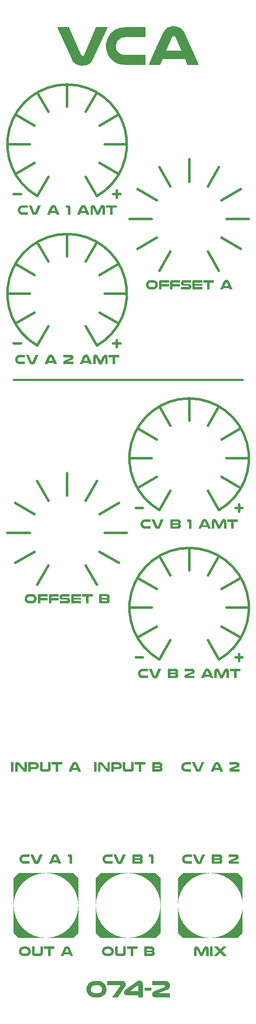
<source format=gto>
%TF.GenerationSoftware,KiCad,Pcbnew,9.0.4*%
%TF.CreationDate,2025-10-04T20:48:30+02:00*%
%TF.ProjectId,DMH_Dual_VCA_Mk2_PANEL,444d485f-4475-4616-9c5f-5643415f4d6b,rev?*%
%TF.SameCoordinates,Original*%
%TF.FileFunction,Legend,Top*%
%TF.FilePolarity,Positive*%
%FSLAX46Y46*%
G04 Gerber Fmt 4.6, Leading zero omitted, Abs format (unit mm)*
G04 Created by KiCad (PCBNEW 9.0.4) date 2025-10-04 20:48:30*
%MOMM*%
%LPD*%
G01*
G04 APERTURE LIST*
%ADD10C,0.400000*%
%ADD11C,0.800000*%
%ADD12C,0.875000*%
%ADD13C,0.150000*%
%ADD14C,0.500000*%
%ADD15C,0.000000*%
%ADD16C,0.500000*%
%ADD17C,12.000000*%
%ADD18C,4.000000*%
%ADD19O,2.500000X1.500000*%
G04 APERTURE END LIST*
D10*
X52000000Y-103250000D02*
X98000000Y-103250000D01*
D11*
G36*
X63648570Y-38839016D02*
G01*
X63794353Y-39122984D01*
X63959816Y-39373672D01*
X64132303Y-39577694D01*
X64322862Y-39753342D01*
X64524506Y-39896302D01*
X64743865Y-40013279D01*
X65240116Y-40170779D01*
X65843824Y-40226315D01*
X66178355Y-40210627D01*
X66486496Y-40163337D01*
X66748894Y-40091171D01*
X66990389Y-39991411D01*
X67203469Y-39869327D01*
X67398710Y-39721286D01*
X67739744Y-39344695D01*
X68027355Y-38839016D01*
X70737963Y-32840411D01*
X70861061Y-32504333D01*
X68497767Y-32504333D01*
X68408374Y-32773000D01*
X66168179Y-37999309D01*
X66098945Y-38119832D01*
X66018246Y-38193425D01*
X65854571Y-38234270D01*
X65745722Y-38217896D01*
X65647979Y-38165801D01*
X65530217Y-37999309D01*
X63267551Y-32773000D01*
X63189393Y-32504333D01*
X60792394Y-32504333D01*
X60915492Y-32840411D01*
X63648570Y-38839016D01*
G37*
G36*
X78515632Y-38076489D02*
G01*
X74551082Y-38076489D01*
X74238813Y-38061173D01*
X73957777Y-38016485D01*
X73713366Y-37946842D01*
X73495257Y-37853056D01*
X73131745Y-37599887D01*
X73027983Y-37495191D01*
X72880884Y-37314063D01*
X72758326Y-37113620D01*
X72663090Y-36897664D01*
X72596965Y-36668114D01*
X72557572Y-36298401D01*
X72617675Y-35839522D01*
X72795679Y-35407933D01*
X72926223Y-35212281D01*
X73080994Y-35036515D01*
X73117376Y-35001472D01*
X73310208Y-34845054D01*
X73530034Y-34714905D01*
X73749126Y-34625009D01*
X73997570Y-34559525D01*
X74551082Y-34509567D01*
X78515632Y-34509567D01*
X78515632Y-32504333D01*
X74551082Y-32504333D01*
X74135563Y-32519731D01*
X73745022Y-32564991D01*
X73382202Y-32637849D01*
X73042396Y-32737247D01*
X72723728Y-32862337D01*
X72426768Y-33011420D01*
X71884644Y-33384657D01*
X71751082Y-33501332D01*
X71288930Y-34014118D01*
X71094042Y-34300285D01*
X70925293Y-34604164D01*
X70785750Y-34920325D01*
X70674919Y-35250473D01*
X70595627Y-35586247D01*
X70546945Y-35932325D01*
X70530356Y-36287655D01*
X70591078Y-36977622D01*
X70770515Y-37635040D01*
X71063227Y-38244697D01*
X71460538Y-38788711D01*
X71504885Y-38838039D01*
X71747993Y-39081385D01*
X72014068Y-39301548D01*
X72292157Y-39490111D01*
X72592333Y-39654543D01*
X72907450Y-39790681D01*
X73244434Y-39901294D01*
X73600788Y-39984615D01*
X73979415Y-40040409D01*
X74551082Y-40070000D01*
X78515632Y-40070000D01*
X78515632Y-38076489D01*
G37*
G36*
X84740360Y-32372322D02*
G01*
X85233641Y-32531552D01*
X85453141Y-32650281D01*
X85655152Y-32795272D01*
X85846684Y-32973631D01*
X86020183Y-33180534D01*
X86186653Y-33434270D01*
X86333357Y-33721151D01*
X89065946Y-39734410D01*
X89189044Y-40070000D01*
X86904397Y-40070000D01*
X86815520Y-39814911D01*
X86814515Y-39812568D01*
X86411515Y-38894214D01*
X81931612Y-38894214D01*
X81539847Y-39801332D01*
X81539029Y-39803513D01*
X81461200Y-40070000D01*
X79120377Y-40070000D01*
X79243475Y-39734410D01*
X80374620Y-37225059D01*
X82670691Y-37225059D01*
X85672436Y-37225059D01*
X84507397Y-34507124D01*
X84383319Y-34339506D01*
X84278173Y-34287542D01*
X84160572Y-34271186D01*
X84142955Y-34271514D01*
X83964403Y-34326253D01*
X83888062Y-34398134D01*
X83824494Y-34507124D01*
X82670691Y-37225059D01*
X80374620Y-37225059D01*
X81954083Y-33721151D01*
X82252465Y-33197366D01*
X82595413Y-32821092D01*
X82791321Y-32673241D01*
X83005212Y-32551142D01*
X83246803Y-32451603D01*
X83509383Y-32379497D01*
X83816208Y-32332413D01*
X84149337Y-32316755D01*
X84740360Y-32372322D01*
G37*
D12*
G36*
X68976488Y-223893568D02*
G01*
X69152175Y-223905313D01*
X69317283Y-223929624D01*
X69473154Y-223966196D01*
X69618952Y-224014298D01*
X69758376Y-224074980D01*
X69887899Y-224146500D01*
X70013418Y-224232387D01*
X70128851Y-224328709D01*
X70250509Y-224453742D01*
X70427607Y-224696849D01*
X70557332Y-224965618D01*
X70636341Y-225251559D01*
X70662919Y-225547725D01*
X70662865Y-225561527D01*
X70654629Y-225717379D01*
X70632825Y-225868689D01*
X70597348Y-226017389D01*
X70549131Y-226160071D01*
X70488025Y-226297700D01*
X70415233Y-226427799D01*
X70331092Y-226550146D01*
X70236562Y-226663518D01*
X70077392Y-226815963D01*
X69839621Y-226979464D01*
X69708413Y-227045113D01*
X69567876Y-227100070D01*
X69417663Y-227143855D01*
X69257765Y-227175872D01*
X69085939Y-227195753D01*
X68903851Y-227202501D01*
X68399062Y-227202501D01*
X68148958Y-227189555D01*
X67983309Y-227165145D01*
X67827404Y-227128692D01*
X67679974Y-227080298D01*
X67542110Y-227020738D01*
X67410783Y-226948799D01*
X67289119Y-226866303D01*
X67172711Y-226769982D01*
X67066351Y-226663518D01*
X67046950Y-226641937D01*
X66873126Y-226403931D01*
X66745065Y-226137206D01*
X66666561Y-225849585D01*
X66640409Y-225552426D01*
X67526902Y-225552426D01*
X67544136Y-225714176D01*
X67573066Y-225814604D01*
X67614732Y-225909085D01*
X67668351Y-225996778D01*
X67732707Y-226076022D01*
X67778103Y-226121826D01*
X67937139Y-226232588D01*
X68032562Y-226273619D01*
X68139491Y-226304088D01*
X68262445Y-226323639D01*
X68399062Y-226330340D01*
X68903851Y-226330340D01*
X68984564Y-226328080D01*
X69109151Y-226314520D01*
X69221336Y-226289369D01*
X69322818Y-226252921D01*
X69412984Y-226206164D01*
X69497193Y-226146018D01*
X69570207Y-226076022D01*
X69672350Y-225937830D01*
X69749826Y-225751199D01*
X69776012Y-225552426D01*
X69775865Y-225537276D01*
X69766667Y-225432109D01*
X69743804Y-225330683D01*
X69707577Y-225232955D01*
X69659122Y-225141642D01*
X69530884Y-224985020D01*
X69521089Y-224976058D01*
X69362691Y-224865872D01*
X69270439Y-224825831D01*
X69166127Y-224795924D01*
X69043320Y-224776495D01*
X68903851Y-224769811D01*
X68399062Y-224769811D01*
X68156901Y-224791668D01*
X68048207Y-224820317D01*
X67952354Y-224859647D01*
X67856180Y-224916587D01*
X67771816Y-224985020D01*
X67755899Y-225000351D01*
X67688187Y-225077249D01*
X67631074Y-225162847D01*
X67553197Y-225351667D01*
X67526902Y-225552426D01*
X66640409Y-225552426D01*
X66639995Y-225547725D01*
X66647252Y-225392268D01*
X66668551Y-225240859D01*
X66703241Y-225093958D01*
X66751730Y-224949518D01*
X66812780Y-224811198D01*
X66886607Y-224678250D01*
X66971871Y-224553052D01*
X67174062Y-224328709D01*
X67232496Y-224277663D01*
X67469675Y-224114372D01*
X67599595Y-224049148D01*
X67739012Y-223994421D01*
X67887677Y-223950934D01*
X68046411Y-223919059D01*
X68217273Y-223899258D01*
X68399062Y-223892521D01*
X68903851Y-223892521D01*
X68976488Y-223893568D01*
G37*
G36*
X73321289Y-224769811D02*
G01*
X73362799Y-224776100D01*
X73389626Y-224792764D01*
X73409338Y-224848030D01*
X73403915Y-224885991D01*
X73380059Y-224931164D01*
X71870822Y-227065511D01*
X71797305Y-227202501D01*
X72914594Y-227202501D01*
X72983195Y-227075342D01*
X74350314Y-225068368D01*
X74437831Y-224928017D01*
X74494733Y-224810696D01*
X74524724Y-224719137D01*
X74538739Y-224636736D01*
X74541373Y-224578539D01*
X74515072Y-224387559D01*
X74438305Y-224214802D01*
X74369762Y-224122904D01*
X74302459Y-224055576D01*
X74224354Y-223998493D01*
X74140833Y-223955232D01*
X74046639Y-223922640D01*
X73942588Y-223901726D01*
X73826997Y-223892799D01*
X73801501Y-223892521D01*
X70787941Y-223892521D01*
X70787941Y-224769811D01*
X73321289Y-224769811D01*
G37*
G36*
X77446783Y-223828064D02*
G01*
X77619649Y-223888441D01*
X77758601Y-223987196D01*
X77857738Y-224117778D01*
X77895406Y-224202448D01*
X77924040Y-224302834D01*
X77943038Y-224426199D01*
X77949660Y-224570631D01*
X77949660Y-227202501D01*
X77058051Y-227202501D01*
X77058051Y-226737462D01*
X74750170Y-226737462D01*
X74558799Y-226722776D01*
X74463989Y-226700163D01*
X74384134Y-226668128D01*
X74313067Y-226624079D01*
X74255212Y-226570980D01*
X74236898Y-226549055D01*
X74192567Y-226479508D01*
X74160687Y-226401676D01*
X74139666Y-226308392D01*
X74132755Y-226208310D01*
X74132919Y-226194495D01*
X74158758Y-226046061D01*
X74189662Y-225975504D01*
X74232369Y-225909540D01*
X75490043Y-225909540D01*
X75498689Y-225940532D01*
X75516751Y-225957118D01*
X75543898Y-225963395D01*
X77058051Y-225963395D01*
X77058051Y-224938430D01*
X77051743Y-224897322D01*
X77035356Y-224866992D01*
X76984534Y-224840336D01*
X76947081Y-224845866D01*
X76906102Y-224869829D01*
X75524237Y-225855471D01*
X75521598Y-225857104D01*
X75497407Y-225879776D01*
X75490043Y-225909540D01*
X74232369Y-225909540D01*
X74235551Y-225904625D01*
X74254204Y-225880839D01*
X74330989Y-225801888D01*
X74456102Y-225703521D01*
X76812923Y-223977365D01*
X76884032Y-223928482D01*
X77065563Y-223841011D01*
X77167227Y-223817695D01*
X77273474Y-223810456D01*
X77446783Y-223828064D01*
G37*
G36*
X78340113Y-225834741D02*
G01*
X79673037Y-225834741D01*
X79673037Y-225271394D01*
X78340113Y-225271394D01*
X78340113Y-225834741D01*
G37*
G36*
X79878843Y-224769811D02*
G01*
X82171978Y-224769811D01*
X82254078Y-224776826D01*
X82318169Y-224798574D01*
X82355193Y-224826307D01*
X82380799Y-224864059D01*
X82397444Y-224950826D01*
X82390563Y-225004009D01*
X82369747Y-225049492D01*
X82292084Y-225117738D01*
X82230962Y-225146373D01*
X80295368Y-225919371D01*
X80180828Y-225972858D01*
X80084731Y-226032134D01*
X80006016Y-226095946D01*
X79942796Y-226163643D01*
X79855393Y-226311695D01*
X79814353Y-226477773D01*
X79810241Y-226555807D01*
X79817162Y-226652877D01*
X79838254Y-226748425D01*
X79871947Y-226836016D01*
X79919353Y-226918457D01*
X79976529Y-226989329D01*
X80046441Y-227052571D01*
X80124771Y-227104097D01*
X80215151Y-227146131D01*
X80314850Y-227176678D01*
X80426492Y-227195861D01*
X80550114Y-227202501D01*
X83382445Y-227202501D01*
X83382445Y-226354917D01*
X81285071Y-226354917D01*
X81257582Y-226348475D01*
X81238073Y-226330734D01*
X81231215Y-226305977D01*
X81256180Y-226264562D01*
X81270538Y-226257036D01*
X82765030Y-225713993D01*
X82882516Y-225663650D01*
X82988954Y-225603589D01*
X83084680Y-225534243D01*
X83168853Y-225456810D01*
X83241830Y-225371445D01*
X83302681Y-225279646D01*
X83387763Y-225078474D01*
X83421153Y-224860506D01*
X83421555Y-224833284D01*
X83414769Y-224711776D01*
X83394624Y-224595820D01*
X83362081Y-224487872D01*
X83317223Y-224386677D01*
X83261279Y-224294252D01*
X83193965Y-224209702D01*
X83116357Y-224134354D01*
X83028156Y-224068012D01*
X82929832Y-224011406D01*
X82821514Y-223965042D01*
X82702829Y-223929392D01*
X82574610Y-223905376D01*
X82377783Y-223892521D01*
X79878843Y-223892521D01*
X79878843Y-224769811D01*
G37*
D13*
G36*
X55178908Y-199881622D02*
G01*
X54187770Y-199881622D01*
X54109703Y-199877793D01*
X54039444Y-199866621D01*
X53978341Y-199849210D01*
X53923814Y-199825764D01*
X53832936Y-199762471D01*
X53806996Y-199736297D01*
X53770221Y-199691015D01*
X53739581Y-199640905D01*
X53715772Y-199586916D01*
X53699241Y-199529528D01*
X53689393Y-199437100D01*
X53704419Y-199322380D01*
X53748920Y-199214483D01*
X53781556Y-199165570D01*
X53820248Y-199121628D01*
X53829344Y-199112868D01*
X53877552Y-199073763D01*
X53932508Y-199041226D01*
X53987281Y-199018752D01*
X54049392Y-199002381D01*
X54187770Y-198989891D01*
X55178908Y-198989891D01*
X55178908Y-198488583D01*
X54187770Y-198488583D01*
X54083891Y-198492432D01*
X53986255Y-198503747D01*
X53895550Y-198521962D01*
X53810599Y-198546811D01*
X53730932Y-198578084D01*
X53656692Y-198615355D01*
X53521161Y-198708664D01*
X53487770Y-198737833D01*
X53372232Y-198866029D01*
X53323510Y-198937571D01*
X53281323Y-199013541D01*
X53246437Y-199092581D01*
X53218729Y-199175118D01*
X53198907Y-199259061D01*
X53186736Y-199345581D01*
X53182589Y-199434413D01*
X53197769Y-199606905D01*
X53242629Y-199771260D01*
X53315807Y-199923674D01*
X53415134Y-200059677D01*
X53426221Y-200072009D01*
X53486998Y-200132846D01*
X53553517Y-200187887D01*
X53623039Y-200235027D01*
X53698083Y-200276135D01*
X53776862Y-200310170D01*
X53861108Y-200337823D01*
X53950197Y-200358653D01*
X54044854Y-200372602D01*
X54187770Y-200380000D01*
X55178908Y-200380000D01*
X55178908Y-199881622D01*
G37*
G36*
X56044138Y-200072254D02*
G01*
X56080584Y-200143246D01*
X56121950Y-200205918D01*
X56165071Y-200256923D01*
X56212711Y-200300835D01*
X56263122Y-200336575D01*
X56317962Y-200365819D01*
X56442025Y-200405194D01*
X56592952Y-200419078D01*
X56676584Y-200415156D01*
X56753620Y-200403334D01*
X56819219Y-200385292D01*
X56879593Y-200360352D01*
X56932863Y-200329831D01*
X56981673Y-200292821D01*
X57066932Y-200198673D01*
X57138835Y-200072254D01*
X57816486Y-198572602D01*
X57847261Y-198488583D01*
X57256437Y-198488583D01*
X57234089Y-198555750D01*
X56674040Y-199862327D01*
X56656732Y-199892458D01*
X56636557Y-199910856D01*
X56595638Y-199921067D01*
X56568426Y-199916974D01*
X56543990Y-199903950D01*
X56514550Y-199862327D01*
X55948883Y-198555750D01*
X55929344Y-198488583D01*
X55330094Y-198488583D01*
X55360869Y-198572602D01*
X56044138Y-200072254D01*
G37*
G36*
X60490568Y-198455580D02*
G01*
X60613888Y-198495388D01*
X60668763Y-198525070D01*
X60719266Y-198561318D01*
X60767149Y-198605907D01*
X60810524Y-198657633D01*
X60852141Y-198721067D01*
X60888817Y-198792787D01*
X61571964Y-200296102D01*
X61602739Y-200380000D01*
X61031577Y-200380000D01*
X61009358Y-200316227D01*
X61009107Y-200315642D01*
X60908357Y-200086053D01*
X59788381Y-200086053D01*
X59690440Y-200312833D01*
X59690235Y-200313378D01*
X59670778Y-200380000D01*
X59085572Y-200380000D01*
X59116347Y-200296102D01*
X59399133Y-199668764D01*
X59973151Y-199668764D01*
X60723587Y-199668764D01*
X60432327Y-198989281D01*
X60401308Y-198947376D01*
X60375021Y-198934385D01*
X60345621Y-198930296D01*
X60341217Y-198930378D01*
X60296579Y-198944063D01*
X60277493Y-198962033D01*
X60261601Y-198989281D01*
X59973151Y-199668764D01*
X59399133Y-199668764D01*
X59793999Y-198792787D01*
X59868594Y-198661841D01*
X59954331Y-198567773D01*
X60003308Y-198530810D01*
X60056781Y-198500285D01*
X60117179Y-198475400D01*
X60182824Y-198457374D01*
X60259530Y-198445603D01*
X60342812Y-198441688D01*
X60490568Y-198455580D01*
G37*
G36*
X62866207Y-198488583D02*
G01*
X62866207Y-198989891D01*
X63177006Y-198989891D01*
X63207157Y-198993832D01*
X63229008Y-199005788D01*
X63247984Y-199043750D01*
X63249913Y-199068171D01*
X63249913Y-200380000D01*
X63753908Y-200380000D01*
X63753908Y-198992578D01*
X63749851Y-198886663D01*
X63737085Y-198794096D01*
X63719812Y-198728849D01*
X63695809Y-198671875D01*
X63668783Y-198628482D01*
X63635876Y-198591202D01*
X63555736Y-198536617D01*
X63447287Y-198502156D01*
X63286305Y-198488583D01*
X62866207Y-198488583D01*
G37*
G36*
X51514776Y-179988583D02*
G01*
X51514776Y-181880000D01*
X52024389Y-181880000D01*
X52024389Y-179988583D01*
X51514776Y-179988583D01*
G37*
G36*
X54656350Y-179988583D02*
G01*
X54160781Y-179988583D01*
X54160781Y-181211385D01*
X54157118Y-181235490D01*
X54147102Y-181251795D01*
X54121580Y-181261699D01*
X54096713Y-181257852D01*
X54073953Y-181239351D01*
X53149982Y-180134152D01*
X53096684Y-180074903D01*
X53042641Y-180027972D01*
X52994005Y-179996457D01*
X52942680Y-179972763D01*
X52829381Y-179946323D01*
X52741242Y-179941688D01*
X52664195Y-179945687D01*
X52592461Y-179958050D01*
X52534350Y-179976278D01*
X52481475Y-180001778D01*
X52438500Y-180031497D01*
X52400653Y-180067778D01*
X52369821Y-180108554D01*
X52344302Y-180155736D01*
X52310632Y-180269745D01*
X52301605Y-180384989D01*
X52301605Y-181880000D01*
X52799982Y-181880000D01*
X52799982Y-180595282D01*
X52803614Y-180573526D01*
X52813405Y-180557092D01*
X52846264Y-180542056D01*
X52847610Y-180542037D01*
X52866314Y-180545945D01*
X52883414Y-180557669D01*
X52892428Y-180567316D01*
X53931193Y-181770701D01*
X53972186Y-181812155D01*
X54017220Y-181846419D01*
X54118086Y-181893814D01*
X54241512Y-181916861D01*
X54300732Y-181919078D01*
X54357817Y-181915120D01*
X54412923Y-181903044D01*
X54461723Y-181884140D01*
X54507002Y-181857626D01*
X54545366Y-181825753D01*
X54579193Y-181786818D01*
X54606672Y-181742745D01*
X54628726Y-181691839D01*
X54644565Y-181634740D01*
X54653926Y-181570646D01*
X54656350Y-181513513D01*
X54656350Y-179988583D01*
G37*
G36*
X56475600Y-179999453D02*
G01*
X56557265Y-180014902D01*
X56631637Y-180036626D01*
X56701116Y-180065156D01*
X56764046Y-180099570D01*
X56825810Y-180143281D01*
X56881280Y-180193014D01*
X56956113Y-180281132D01*
X57030531Y-180411146D01*
X57076009Y-180551712D01*
X57091207Y-180696032D01*
X57090155Y-180733887D01*
X57081911Y-180808421D01*
X57065817Y-180881076D01*
X57041661Y-180952888D01*
X57010156Y-181021620D01*
X56971416Y-181087193D01*
X56926099Y-181148492D01*
X56887496Y-181191013D01*
X56778943Y-181280127D01*
X56717538Y-181315895D01*
X56650184Y-181346097D01*
X56576691Y-181370306D01*
X56496696Y-181388165D01*
X56408406Y-181399399D01*
X56312805Y-181403237D01*
X55442079Y-181403237D01*
X55442079Y-181880000D01*
X54935275Y-181880000D01*
X54935275Y-180528848D01*
X55442079Y-180528848D01*
X55442079Y-180938443D01*
X56324040Y-180938443D01*
X56393665Y-180933348D01*
X56439622Y-180922341D01*
X56478181Y-180905599D01*
X56513713Y-180880522D01*
X56542393Y-180849295D01*
X56572514Y-180796432D01*
X56583421Y-180757970D01*
X56587212Y-180715572D01*
X56577969Y-180647764D01*
X56562355Y-180608598D01*
X56539585Y-180573422D01*
X56507574Y-180542248D01*
X56474182Y-180520819D01*
X56433933Y-180504504D01*
X56383713Y-180493672D01*
X56324040Y-180489891D01*
X55478471Y-180489891D01*
X55456481Y-180495245D01*
X55445833Y-180507832D01*
X55442079Y-180528848D01*
X54935275Y-180528848D01*
X54935275Y-180106186D01*
X54948403Y-180042338D01*
X54963962Y-180020423D01*
X54985440Y-180004214D01*
X55018009Y-179992491D01*
X55058496Y-179988583D01*
X56312805Y-179988583D01*
X56475600Y-179999453D01*
G37*
G36*
X58796388Y-181880000D02*
G01*
X58911085Y-181876056D01*
X59013758Y-181864083D01*
X59094658Y-181846682D01*
X59166735Y-181822716D01*
X59224901Y-181795062D01*
X59276152Y-181761734D01*
X59318583Y-181724741D01*
X59355113Y-181682440D01*
X59411084Y-181581636D01*
X59446613Y-181451795D01*
X59459996Y-181275376D01*
X59459996Y-179988583D01*
X58950384Y-179988583D01*
X58950384Y-181219445D01*
X58946467Y-181267883D01*
X58934680Y-181308305D01*
X58918043Y-181336991D01*
X58895410Y-181359866D01*
X58833852Y-181388151D01*
X58762805Y-181395666D01*
X57975977Y-181395666D01*
X57924330Y-181391758D01*
X57881703Y-181380034D01*
X57852024Y-181363681D01*
X57828654Y-181341536D01*
X57800759Y-181282498D01*
X57794016Y-181219445D01*
X57794016Y-179988583D01*
X57284403Y-179988583D01*
X57284403Y-181275376D01*
X57288369Y-181376061D01*
X57300502Y-181466921D01*
X57318140Y-181538680D01*
X57342564Y-181603176D01*
X57371032Y-181655901D01*
X57405549Y-181702775D01*
X57444575Y-181742396D01*
X57489511Y-181776808D01*
X57599303Y-181830936D01*
X57744223Y-181866238D01*
X57948011Y-181880000D01*
X58796388Y-181880000D01*
G37*
G36*
X59644277Y-179988583D02*
G01*
X59644277Y-180489891D01*
X60475924Y-180489891D01*
X60475924Y-181880000D01*
X60985415Y-181880000D01*
X60985415Y-180489891D01*
X61814253Y-180489891D01*
X61814253Y-179988583D01*
X59644277Y-179988583D01*
G37*
G36*
X64458049Y-179955580D02*
G01*
X64581369Y-179995388D01*
X64636244Y-180025070D01*
X64686746Y-180061318D01*
X64734630Y-180105907D01*
X64778004Y-180157633D01*
X64819622Y-180221067D01*
X64856298Y-180292787D01*
X65539445Y-181796102D01*
X65570220Y-181880000D01*
X64999058Y-181880000D01*
X64976838Y-181816227D01*
X64976587Y-181815642D01*
X64875837Y-181586053D01*
X63755862Y-181586053D01*
X63657920Y-181812833D01*
X63657716Y-181813378D01*
X63638259Y-181880000D01*
X63053053Y-181880000D01*
X63083827Y-181796102D01*
X63366613Y-181168764D01*
X63940631Y-181168764D01*
X64691067Y-181168764D01*
X64399808Y-180489281D01*
X64368788Y-180447376D01*
X64342502Y-180434385D01*
X64313102Y-180430296D01*
X64308697Y-180430378D01*
X64264059Y-180444063D01*
X64244974Y-180462033D01*
X64229082Y-180489281D01*
X63940631Y-181168764D01*
X63366613Y-181168764D01*
X63761479Y-180292787D01*
X63836075Y-180161841D01*
X63921812Y-180067773D01*
X63970789Y-180030810D01*
X64024262Y-180000285D01*
X64084659Y-179975400D01*
X64150304Y-179957374D01*
X64227011Y-179945603D01*
X64310293Y-179941688D01*
X64458049Y-179955580D01*
G37*
G36*
X68176953Y-179988583D02*
G01*
X68176953Y-181880000D01*
X68686566Y-181880000D01*
X68686566Y-179988583D01*
X68176953Y-179988583D01*
G37*
G36*
X71318527Y-179988583D02*
G01*
X70822958Y-179988583D01*
X70822958Y-181211385D01*
X70819295Y-181235490D01*
X70809279Y-181251795D01*
X70783757Y-181261699D01*
X70758890Y-181257852D01*
X70736130Y-181239351D01*
X69812159Y-180134152D01*
X69758861Y-180074903D01*
X69704818Y-180027972D01*
X69656182Y-179996457D01*
X69604857Y-179972763D01*
X69491558Y-179946323D01*
X69403419Y-179941688D01*
X69326372Y-179945687D01*
X69254638Y-179958050D01*
X69196527Y-179976278D01*
X69143652Y-180001778D01*
X69100677Y-180031497D01*
X69062830Y-180067778D01*
X69031998Y-180108554D01*
X69006479Y-180155736D01*
X68972809Y-180269745D01*
X68963782Y-180384989D01*
X68963782Y-181880000D01*
X69462159Y-181880000D01*
X69462159Y-180595282D01*
X69465791Y-180573526D01*
X69475582Y-180557092D01*
X69508441Y-180542056D01*
X69509787Y-180542037D01*
X69528491Y-180545945D01*
X69545591Y-180557669D01*
X69554605Y-180567316D01*
X70593370Y-181770701D01*
X70634363Y-181812155D01*
X70679397Y-181846419D01*
X70780263Y-181893814D01*
X70903689Y-181916861D01*
X70962909Y-181919078D01*
X71019994Y-181915120D01*
X71075100Y-181903044D01*
X71123900Y-181884140D01*
X71169179Y-181857626D01*
X71207543Y-181825753D01*
X71241370Y-181786818D01*
X71268849Y-181742745D01*
X71290903Y-181691839D01*
X71306742Y-181634740D01*
X71316103Y-181570646D01*
X71318527Y-181513513D01*
X71318527Y-179988583D01*
G37*
G36*
X73137777Y-179999453D02*
G01*
X73219442Y-180014902D01*
X73293814Y-180036626D01*
X73363293Y-180065156D01*
X73426223Y-180099570D01*
X73487987Y-180143281D01*
X73543457Y-180193014D01*
X73618290Y-180281132D01*
X73692708Y-180411146D01*
X73738186Y-180551712D01*
X73753384Y-180696032D01*
X73752332Y-180733887D01*
X73744088Y-180808421D01*
X73727994Y-180881076D01*
X73703838Y-180952888D01*
X73672333Y-181021620D01*
X73633593Y-181087193D01*
X73588276Y-181148492D01*
X73549673Y-181191013D01*
X73441120Y-181280127D01*
X73379715Y-181315895D01*
X73312361Y-181346097D01*
X73238868Y-181370306D01*
X73158873Y-181388165D01*
X73070583Y-181399399D01*
X72974982Y-181403237D01*
X72104256Y-181403237D01*
X72104256Y-181880000D01*
X71597452Y-181880000D01*
X71597452Y-180528848D01*
X72104256Y-180528848D01*
X72104256Y-180938443D01*
X72986217Y-180938443D01*
X73055842Y-180933348D01*
X73101799Y-180922341D01*
X73140358Y-180905599D01*
X73175890Y-180880522D01*
X73204570Y-180849295D01*
X73234691Y-180796432D01*
X73245598Y-180757970D01*
X73249389Y-180715572D01*
X73240146Y-180647764D01*
X73224532Y-180608598D01*
X73201762Y-180573422D01*
X73169751Y-180542248D01*
X73136359Y-180520819D01*
X73096110Y-180504504D01*
X73045890Y-180493672D01*
X72986217Y-180489891D01*
X72140648Y-180489891D01*
X72118658Y-180495245D01*
X72108010Y-180507832D01*
X72104256Y-180528848D01*
X71597452Y-180528848D01*
X71597452Y-180106186D01*
X71610580Y-180042338D01*
X71626139Y-180020423D01*
X71647617Y-180004214D01*
X71680186Y-179992491D01*
X71720673Y-179988583D01*
X72974982Y-179988583D01*
X73137777Y-179999453D01*
G37*
G36*
X75458565Y-181880000D02*
G01*
X75573262Y-181876056D01*
X75675935Y-181864083D01*
X75756835Y-181846682D01*
X75828912Y-181822716D01*
X75887078Y-181795062D01*
X75938329Y-181761734D01*
X75980760Y-181724741D01*
X76017290Y-181682440D01*
X76073261Y-181581636D01*
X76108790Y-181451795D01*
X76122173Y-181275376D01*
X76122173Y-179988583D01*
X75612561Y-179988583D01*
X75612561Y-181219445D01*
X75608644Y-181267883D01*
X75596857Y-181308305D01*
X75580220Y-181336991D01*
X75557587Y-181359866D01*
X75496029Y-181388151D01*
X75424982Y-181395666D01*
X74638154Y-181395666D01*
X74586507Y-181391758D01*
X74543880Y-181380034D01*
X74514201Y-181363681D01*
X74490831Y-181341536D01*
X74462936Y-181282498D01*
X74456193Y-181219445D01*
X74456193Y-179988583D01*
X73946580Y-179988583D01*
X73946580Y-181275376D01*
X73950546Y-181376061D01*
X73962679Y-181466921D01*
X73980317Y-181538680D01*
X74004741Y-181603176D01*
X74033209Y-181655901D01*
X74067726Y-181702775D01*
X74106752Y-181742396D01*
X74151688Y-181776808D01*
X74261480Y-181830936D01*
X74406400Y-181866238D01*
X74610188Y-181880000D01*
X75458565Y-181880000D01*
G37*
G36*
X76306454Y-179988583D02*
G01*
X76306454Y-180489891D01*
X77138101Y-180489891D01*
X77138101Y-181880000D01*
X77647592Y-181880000D01*
X77647592Y-180489891D01*
X78476430Y-180489891D01*
X78476430Y-179988583D01*
X76306454Y-179988583D01*
G37*
G36*
X81394109Y-179995495D02*
G01*
X81533095Y-180028131D01*
X81650256Y-180085582D01*
X81701666Y-180123675D01*
X81748063Y-180167857D01*
X81765034Y-180186825D01*
X81833302Y-180289789D01*
X81875911Y-180409036D01*
X81887005Y-180474872D01*
X81890823Y-180545334D01*
X81881556Y-180646407D01*
X81845000Y-180759996D01*
X81783825Y-180854383D01*
X81700436Y-180927575D01*
X81743936Y-180954736D01*
X81782392Y-180987906D01*
X81819374Y-181031233D01*
X81850064Y-181080297D01*
X81876029Y-181138356D01*
X81894731Y-181200821D01*
X81906454Y-181269044D01*
X81910362Y-181339490D01*
X81897186Y-181457606D01*
X81878516Y-181521427D01*
X81852493Y-181581798D01*
X81818880Y-181639463D01*
X81778838Y-181692421D01*
X81709573Y-181759630D01*
X81604826Y-181823727D01*
X81543150Y-181847414D01*
X81474765Y-181864957D01*
X81396988Y-181876165D01*
X81311235Y-181880000D01*
X79930896Y-181880000D01*
X79921941Y-181879846D01*
X79858934Y-181865919D01*
X79836827Y-181850735D01*
X79820498Y-181829969D01*
X79808775Y-181798709D01*
X79804867Y-181759710D01*
X79804867Y-181378813D01*
X80311671Y-181378813D01*
X80317039Y-181405135D01*
X80329694Y-181416908D01*
X80350872Y-181420823D01*
X81190823Y-181420823D01*
X81197968Y-181420755D01*
X81244180Y-181416413D01*
X81281765Y-181405880D01*
X81314422Y-181388059D01*
X81339200Y-181364769D01*
X81363357Y-181326510D01*
X81378401Y-181258279D01*
X81372966Y-181219557D01*
X81358372Y-181184875D01*
X81336392Y-181154476D01*
X81334771Y-181152729D01*
X81282449Y-181116080D01*
X81242439Y-181105041D01*
X81190823Y-181101231D01*
X80311671Y-181101231D01*
X80311671Y-181378813D01*
X79804867Y-181378813D01*
X79804867Y-180506378D01*
X80311671Y-180506378D01*
X80311671Y-180762344D01*
X81193632Y-180762344D01*
X81199578Y-180762290D01*
X81242227Y-180758091D01*
X81277265Y-180747622D01*
X81308935Y-180728994D01*
X81333583Y-180703970D01*
X81353408Y-180671503D01*
X81367166Y-180612135D01*
X81364387Y-180585718D01*
X81352530Y-180550862D01*
X81333583Y-180520300D01*
X81329553Y-180515666D01*
X81277186Y-180478996D01*
X81239734Y-180468364D01*
X81193632Y-180464612D01*
X80350872Y-180464612D01*
X80329184Y-180468763D01*
X80315814Y-180482675D01*
X80311671Y-180506378D01*
X79804867Y-180506378D01*
X79804867Y-180106186D01*
X79804913Y-180101750D01*
X79818253Y-180042023D01*
X79833984Y-180020302D01*
X79855752Y-180004214D01*
X79889136Y-179992491D01*
X79930896Y-179988583D01*
X81283269Y-179988583D01*
X81394109Y-179995495D01*
G37*
G36*
X79489550Y-132631622D02*
G01*
X78498412Y-132631622D01*
X78420345Y-132627793D01*
X78350086Y-132616621D01*
X78288983Y-132599210D01*
X78234456Y-132575764D01*
X78143578Y-132512471D01*
X78117638Y-132486297D01*
X78080863Y-132441015D01*
X78050223Y-132390905D01*
X78026414Y-132336916D01*
X78009883Y-132279528D01*
X78000035Y-132187100D01*
X78015061Y-132072380D01*
X78059562Y-131964483D01*
X78092198Y-131915570D01*
X78130890Y-131871628D01*
X78139986Y-131862868D01*
X78188194Y-131823763D01*
X78243150Y-131791226D01*
X78297923Y-131768752D01*
X78360034Y-131752381D01*
X78498412Y-131739891D01*
X79489550Y-131739891D01*
X79489550Y-131238583D01*
X78498412Y-131238583D01*
X78394533Y-131242432D01*
X78296897Y-131253747D01*
X78206192Y-131271962D01*
X78121241Y-131296811D01*
X78041574Y-131328084D01*
X77967334Y-131365355D01*
X77831803Y-131458664D01*
X77798412Y-131487833D01*
X77682874Y-131616029D01*
X77634152Y-131687571D01*
X77591965Y-131763541D01*
X77557079Y-131842581D01*
X77529371Y-131925118D01*
X77509549Y-132009061D01*
X77497378Y-132095581D01*
X77493231Y-132184413D01*
X77508411Y-132356905D01*
X77553271Y-132521260D01*
X77626449Y-132673674D01*
X77725776Y-132809677D01*
X77736863Y-132822009D01*
X77797640Y-132882846D01*
X77864159Y-132937887D01*
X77933681Y-132985027D01*
X78008725Y-133026135D01*
X78087504Y-133060170D01*
X78171750Y-133087823D01*
X78260839Y-133108653D01*
X78355496Y-133122602D01*
X78498412Y-133130000D01*
X79489550Y-133130000D01*
X79489550Y-132631622D01*
G37*
G36*
X80354780Y-132822254D02*
G01*
X80391226Y-132893246D01*
X80432592Y-132955918D01*
X80475713Y-133006923D01*
X80523353Y-133050835D01*
X80573764Y-133086575D01*
X80628604Y-133115819D01*
X80752667Y-133155194D01*
X80903594Y-133169078D01*
X80987226Y-133165156D01*
X81064262Y-133153334D01*
X81129861Y-133135292D01*
X81190235Y-133110352D01*
X81243505Y-133079831D01*
X81292315Y-133042821D01*
X81377574Y-132948673D01*
X81449477Y-132822254D01*
X82127128Y-131322602D01*
X82157903Y-131238583D01*
X81567079Y-131238583D01*
X81544731Y-131305750D01*
X80984682Y-132612327D01*
X80967374Y-132642458D01*
X80947199Y-132660856D01*
X80906280Y-132671067D01*
X80879068Y-132666974D01*
X80854632Y-132653950D01*
X80825192Y-132612327D01*
X80259525Y-131305750D01*
X80239986Y-131238583D01*
X79640736Y-131238583D01*
X79671511Y-131322602D01*
X80354780Y-132822254D01*
G37*
G36*
X85075094Y-131245495D02*
G01*
X85214080Y-131278131D01*
X85331240Y-131335582D01*
X85382650Y-131373675D01*
X85429047Y-131417857D01*
X85446018Y-131436825D01*
X85514286Y-131539789D01*
X85556896Y-131659036D01*
X85567989Y-131724872D01*
X85571807Y-131795334D01*
X85562540Y-131896407D01*
X85525985Y-132009996D01*
X85464810Y-132104383D01*
X85381420Y-132177575D01*
X85424921Y-132204736D01*
X85463377Y-132237906D01*
X85500358Y-132281233D01*
X85531048Y-132330297D01*
X85557014Y-132388356D01*
X85575715Y-132450821D01*
X85587439Y-132519044D01*
X85591347Y-132589490D01*
X85578170Y-132707606D01*
X85559500Y-132771427D01*
X85533477Y-132831798D01*
X85499864Y-132889463D01*
X85459822Y-132942421D01*
X85390557Y-133009630D01*
X85285810Y-133073727D01*
X85224134Y-133097414D01*
X85155750Y-133114957D01*
X85077972Y-133126165D01*
X84992219Y-133130000D01*
X83611881Y-133130000D01*
X83602925Y-133129846D01*
X83539918Y-133115919D01*
X83517812Y-133100735D01*
X83501483Y-133079969D01*
X83489759Y-133048709D01*
X83485851Y-133009710D01*
X83485851Y-132628813D01*
X83992655Y-132628813D01*
X83998023Y-132655135D01*
X84010678Y-132666908D01*
X84031856Y-132670823D01*
X84871807Y-132670823D01*
X84878953Y-132670755D01*
X84925165Y-132666413D01*
X84962749Y-132655880D01*
X84995407Y-132638059D01*
X85020185Y-132614769D01*
X85044341Y-132576510D01*
X85059386Y-132508279D01*
X85053950Y-132469557D01*
X85039356Y-132434875D01*
X85017376Y-132404476D01*
X85015756Y-132402729D01*
X84963434Y-132366080D01*
X84923423Y-132355041D01*
X84871807Y-132351231D01*
X83992655Y-132351231D01*
X83992655Y-132628813D01*
X83485851Y-132628813D01*
X83485851Y-131756378D01*
X83992655Y-131756378D01*
X83992655Y-132012344D01*
X84874616Y-132012344D01*
X84880562Y-132012290D01*
X84923211Y-132008091D01*
X84958250Y-131997622D01*
X84989919Y-131978994D01*
X85014567Y-131953970D01*
X85034393Y-131921503D01*
X85048151Y-131862135D01*
X85045371Y-131835718D01*
X85033514Y-131800862D01*
X85014567Y-131770300D01*
X85010537Y-131765666D01*
X84958171Y-131728996D01*
X84920718Y-131718364D01*
X84874616Y-131714612D01*
X84031856Y-131714612D01*
X84010169Y-131718763D01*
X83996798Y-131732675D01*
X83992655Y-131756378D01*
X83485851Y-131756378D01*
X83485851Y-131356186D01*
X83485897Y-131351750D01*
X83499237Y-131292023D01*
X83514968Y-131270302D01*
X83536737Y-131254214D01*
X83570121Y-131242491D01*
X83611881Y-131238583D01*
X84964253Y-131238583D01*
X85075094Y-131245495D01*
G37*
G36*
X86852495Y-131238583D02*
G01*
X86852495Y-131739891D01*
X87163294Y-131739891D01*
X87193445Y-131743832D01*
X87215296Y-131755788D01*
X87234271Y-131793750D01*
X87236200Y-131818171D01*
X87236200Y-133130000D01*
X87740195Y-133130000D01*
X87740195Y-131742578D01*
X87736138Y-131636663D01*
X87723372Y-131544096D01*
X87706100Y-131478849D01*
X87682096Y-131421875D01*
X87655071Y-131378482D01*
X87622164Y-131341202D01*
X87542023Y-131286617D01*
X87433575Y-131252156D01*
X87272592Y-131238583D01*
X86852495Y-131238583D01*
G37*
G36*
X90487183Y-131205580D02*
G01*
X90610504Y-131245388D01*
X90665379Y-131275070D01*
X90715881Y-131311318D01*
X90763764Y-131355907D01*
X90807139Y-131407633D01*
X90848757Y-131471067D01*
X90885433Y-131542787D01*
X91568580Y-133046102D01*
X91599354Y-133130000D01*
X91028193Y-133130000D01*
X91005973Y-133066227D01*
X91005722Y-133065642D01*
X90904972Y-132836053D01*
X89784996Y-132836053D01*
X89687055Y-133062833D01*
X89686851Y-133063378D01*
X89667393Y-133130000D01*
X89082188Y-133130000D01*
X89112962Y-133046102D01*
X89395748Y-132418764D01*
X89969766Y-132418764D01*
X90720202Y-132418764D01*
X90428943Y-131739281D01*
X90397923Y-131697376D01*
X90371637Y-131684385D01*
X90342236Y-131680296D01*
X90337832Y-131680378D01*
X90293194Y-131694063D01*
X90274109Y-131712033D01*
X90258217Y-131739281D01*
X89969766Y-132418764D01*
X89395748Y-132418764D01*
X89790614Y-131542787D01*
X89865209Y-131411841D01*
X89950947Y-131317773D01*
X89999924Y-131280810D01*
X90053396Y-131250285D01*
X90113794Y-131225400D01*
X90179439Y-131207374D01*
X90256145Y-131195603D01*
X90339428Y-131191688D01*
X90487183Y-131205580D01*
G37*
G36*
X93247383Y-133169078D02*
G01*
X93309631Y-133165116D01*
X93369290Y-133153013D01*
X93420776Y-133134387D01*
X93467866Y-133108328D01*
X93506039Y-133077909D01*
X93538893Y-133040921D01*
X93566608Y-132995177D01*
X94140579Y-131803150D01*
X94161677Y-131783737D01*
X94176971Y-131780680D01*
X94195207Y-131784588D01*
X94210520Y-131796311D01*
X94221790Y-131831238D01*
X94221790Y-133130000D01*
X94709054Y-133130000D01*
X94709054Y-131741479D01*
X94705195Y-131655422D01*
X94693813Y-131578535D01*
X94676469Y-131513886D01*
X94652953Y-131456216D01*
X94624160Y-131405936D01*
X94589905Y-131361286D01*
X94532589Y-131306727D01*
X94479012Y-131269013D01*
X94419025Y-131237309D01*
X94358361Y-131214590D01*
X94292699Y-131199152D01*
X94202250Y-131191688D01*
X94136029Y-131195530D01*
X94075009Y-131206793D01*
X94019550Y-131224813D01*
X93968567Y-131249306D01*
X93876355Y-131318573D01*
X93793663Y-131418693D01*
X93723412Y-131545230D01*
X93295010Y-132476528D01*
X93281528Y-132499745D01*
X93264176Y-132510761D01*
X93247383Y-132512920D01*
X93224547Y-132508337D01*
X93207454Y-132491885D01*
X93199878Y-132476528D01*
X92771476Y-131545230D01*
X92727640Y-131460978D01*
X92677900Y-131385899D01*
X92632332Y-131332372D01*
X92581672Y-131286442D01*
X92532162Y-131252668D01*
X92477885Y-131225844D01*
X92422073Y-131207355D01*
X92361403Y-131195842D01*
X92292638Y-131191688D01*
X92167004Y-131206303D01*
X92051795Y-131248809D01*
X91962299Y-131306727D01*
X91916849Y-131348323D01*
X91877636Y-131395885D01*
X91847276Y-131445626D01*
X91822718Y-131501587D01*
X91792168Y-131632723D01*
X91785834Y-131741479D01*
X91785834Y-133130000D01*
X92273098Y-133130000D01*
X92273098Y-131831360D01*
X92276692Y-131809895D01*
X92286214Y-131794323D01*
X92317795Y-131780802D01*
X92349307Y-131795068D01*
X92354309Y-131803272D01*
X92928280Y-132995422D01*
X92981572Y-133070894D01*
X93056771Y-133126006D01*
X93153830Y-133159874D01*
X93247383Y-133169078D01*
G37*
G36*
X94876483Y-131238583D02*
G01*
X94876483Y-131739891D01*
X95708130Y-131739891D01*
X95708130Y-133130000D01*
X96217620Y-133130000D01*
X96217620Y-131739891D01*
X97046458Y-131739891D01*
X97046458Y-131238583D01*
X94876483Y-131238583D01*
G37*
G36*
X78964916Y-162631622D02*
G01*
X77973778Y-162631622D01*
X77895711Y-162627793D01*
X77825452Y-162616621D01*
X77764349Y-162599210D01*
X77709822Y-162575764D01*
X77618944Y-162512471D01*
X77593004Y-162486297D01*
X77556229Y-162441015D01*
X77525589Y-162390905D01*
X77501780Y-162336916D01*
X77485249Y-162279528D01*
X77475401Y-162187100D01*
X77490427Y-162072380D01*
X77534928Y-161964483D01*
X77567564Y-161915570D01*
X77606256Y-161871628D01*
X77615352Y-161862868D01*
X77663560Y-161823763D01*
X77718516Y-161791226D01*
X77773289Y-161768752D01*
X77835400Y-161752381D01*
X77973778Y-161739891D01*
X78964916Y-161739891D01*
X78964916Y-161238583D01*
X77973778Y-161238583D01*
X77869899Y-161242432D01*
X77772263Y-161253747D01*
X77681558Y-161271962D01*
X77596607Y-161296811D01*
X77516940Y-161328084D01*
X77442700Y-161365355D01*
X77307169Y-161458664D01*
X77273778Y-161487833D01*
X77158240Y-161616029D01*
X77109518Y-161687571D01*
X77067331Y-161763541D01*
X77032445Y-161842581D01*
X77004737Y-161925118D01*
X76984915Y-162009061D01*
X76972744Y-162095581D01*
X76968597Y-162184413D01*
X76983777Y-162356905D01*
X77028637Y-162521260D01*
X77101815Y-162673674D01*
X77201142Y-162809677D01*
X77212229Y-162822009D01*
X77273006Y-162882846D01*
X77339525Y-162937887D01*
X77409047Y-162985027D01*
X77484091Y-163026135D01*
X77562870Y-163060170D01*
X77647116Y-163087823D01*
X77736205Y-163108653D01*
X77830862Y-163122602D01*
X77973778Y-163130000D01*
X78964916Y-163130000D01*
X78964916Y-162631622D01*
G37*
G36*
X79830146Y-162822254D02*
G01*
X79866592Y-162893246D01*
X79907958Y-162955918D01*
X79951079Y-163006923D01*
X79998719Y-163050835D01*
X80049130Y-163086575D01*
X80103970Y-163115819D01*
X80228033Y-163155194D01*
X80378960Y-163169078D01*
X80462592Y-163165156D01*
X80539628Y-163153334D01*
X80605227Y-163135292D01*
X80665601Y-163110352D01*
X80718871Y-163079831D01*
X80767681Y-163042821D01*
X80852940Y-162948673D01*
X80924843Y-162822254D01*
X81602494Y-161322602D01*
X81633269Y-161238583D01*
X81042445Y-161238583D01*
X81020097Y-161305750D01*
X80460048Y-162612327D01*
X80442740Y-162642458D01*
X80422565Y-162660856D01*
X80381646Y-162671067D01*
X80354434Y-162666974D01*
X80329998Y-162653950D01*
X80300558Y-162612327D01*
X79734891Y-161305750D01*
X79715352Y-161238583D01*
X79116102Y-161238583D01*
X79146877Y-161322602D01*
X79830146Y-162822254D01*
G37*
G36*
X84550460Y-161245495D02*
G01*
X84689446Y-161278131D01*
X84806606Y-161335582D01*
X84858016Y-161373675D01*
X84904413Y-161417857D01*
X84921384Y-161436825D01*
X84989652Y-161539789D01*
X85032262Y-161659036D01*
X85043355Y-161724872D01*
X85047173Y-161795334D01*
X85037906Y-161896407D01*
X85001351Y-162009996D01*
X84940176Y-162104383D01*
X84856786Y-162177575D01*
X84900287Y-162204736D01*
X84938743Y-162237906D01*
X84975724Y-162281233D01*
X85006414Y-162330297D01*
X85032380Y-162388356D01*
X85051081Y-162450821D01*
X85062805Y-162519044D01*
X85066713Y-162589490D01*
X85053536Y-162707606D01*
X85034866Y-162771427D01*
X85008843Y-162831798D01*
X84975230Y-162889463D01*
X84935188Y-162942421D01*
X84865923Y-163009630D01*
X84761176Y-163073727D01*
X84699500Y-163097414D01*
X84631116Y-163114957D01*
X84553338Y-163126165D01*
X84467585Y-163130000D01*
X83087247Y-163130000D01*
X83078291Y-163129846D01*
X83015284Y-163115919D01*
X82993178Y-163100735D01*
X82976849Y-163079969D01*
X82965125Y-163048709D01*
X82961217Y-163009710D01*
X82961217Y-162628813D01*
X83468021Y-162628813D01*
X83473389Y-162655135D01*
X83486044Y-162666908D01*
X83507222Y-162670823D01*
X84347173Y-162670823D01*
X84354319Y-162670755D01*
X84400531Y-162666413D01*
X84438115Y-162655880D01*
X84470773Y-162638059D01*
X84495551Y-162614769D01*
X84519707Y-162576510D01*
X84534752Y-162508279D01*
X84529316Y-162469557D01*
X84514722Y-162434875D01*
X84492742Y-162404476D01*
X84491122Y-162402729D01*
X84438800Y-162366080D01*
X84398789Y-162355041D01*
X84347173Y-162351231D01*
X83468021Y-162351231D01*
X83468021Y-162628813D01*
X82961217Y-162628813D01*
X82961217Y-161756378D01*
X83468021Y-161756378D01*
X83468021Y-162012344D01*
X84349982Y-162012344D01*
X84355928Y-162012290D01*
X84398577Y-162008091D01*
X84433616Y-161997622D01*
X84465285Y-161978994D01*
X84489933Y-161953970D01*
X84509759Y-161921503D01*
X84523517Y-161862135D01*
X84520737Y-161835718D01*
X84508880Y-161800862D01*
X84489933Y-161770300D01*
X84485903Y-161765666D01*
X84433537Y-161728996D01*
X84396084Y-161718364D01*
X84349982Y-161714612D01*
X83507222Y-161714612D01*
X83485535Y-161718763D01*
X83472164Y-161732675D01*
X83468021Y-161756378D01*
X82961217Y-161756378D01*
X82961217Y-161356186D01*
X82961263Y-161351750D01*
X82974603Y-161292023D01*
X82990334Y-161270302D01*
X83012103Y-161254214D01*
X83045487Y-161242491D01*
X83087247Y-161238583D01*
X84439619Y-161238583D01*
X84550460Y-161245495D01*
G37*
G36*
X86339096Y-161739891D02*
G01*
X87649459Y-161739891D01*
X87696373Y-161743900D01*
X87732996Y-161756327D01*
X87754153Y-161772174D01*
X87768785Y-161793747D01*
X87778297Y-161843328D01*
X87774364Y-161873718D01*
X87762470Y-161899709D01*
X87718091Y-161938706D01*
X87683164Y-161955069D01*
X86577110Y-162396782D01*
X86511659Y-162427347D01*
X86456746Y-162461219D01*
X86411766Y-162497682D01*
X86375641Y-162536367D01*
X86325696Y-162620968D01*
X86302245Y-162715870D01*
X86299895Y-162760460D01*
X86303850Y-162815929D01*
X86315902Y-162870528D01*
X86335155Y-162920580D01*
X86362245Y-162967689D01*
X86394916Y-163008187D01*
X86434866Y-163044325D01*
X86479626Y-163073769D01*
X86531272Y-163097789D01*
X86588243Y-163115244D01*
X86652038Y-163126205D01*
X86722679Y-163130000D01*
X88341154Y-163130000D01*
X88341154Y-162645666D01*
X87142655Y-162645666D01*
X87126947Y-162641985D01*
X87115799Y-162631847D01*
X87111880Y-162617700D01*
X87126146Y-162594035D01*
X87134351Y-162589734D01*
X87988346Y-162279424D01*
X88055481Y-162250657D01*
X88116302Y-162216336D01*
X88171003Y-162176710D01*
X88219102Y-162132462D01*
X88260803Y-162083682D01*
X88295575Y-162031226D01*
X88344193Y-161916270D01*
X88363273Y-161791717D01*
X88363503Y-161776161D01*
X88359625Y-161706728D01*
X88348114Y-161640468D01*
X88329518Y-161578783D01*
X88303885Y-161520958D01*
X88271917Y-161468143D01*
X88233451Y-161419829D01*
X88189104Y-161376773D01*
X88138704Y-161338863D01*
X88082518Y-161306517D01*
X88020622Y-161280023D01*
X87952802Y-161259652D01*
X87879535Y-161245928D01*
X87767062Y-161238583D01*
X86339096Y-161238583D01*
X86339096Y-161739891D01*
G37*
G36*
X91011817Y-161205580D02*
G01*
X91135137Y-161245388D01*
X91190012Y-161275070D01*
X91240515Y-161311318D01*
X91288398Y-161355907D01*
X91331772Y-161407633D01*
X91373390Y-161471067D01*
X91410066Y-161542787D01*
X92093213Y-163046102D01*
X92123988Y-163130000D01*
X91552826Y-163130000D01*
X91530607Y-163066227D01*
X91530355Y-163065642D01*
X91429605Y-162836053D01*
X90309630Y-162836053D01*
X90211688Y-163062833D01*
X90211484Y-163063378D01*
X90192027Y-163130000D01*
X89606821Y-163130000D01*
X89637595Y-163046102D01*
X89920381Y-162418764D01*
X90494399Y-162418764D01*
X91244836Y-162418764D01*
X90953576Y-161739281D01*
X90922556Y-161697376D01*
X90896270Y-161684385D01*
X90866870Y-161680296D01*
X90862465Y-161680378D01*
X90817827Y-161694063D01*
X90798742Y-161712033D01*
X90782850Y-161739281D01*
X90494399Y-162418764D01*
X89920381Y-162418764D01*
X90315247Y-161542787D01*
X90389843Y-161411841D01*
X90475580Y-161317773D01*
X90524557Y-161280810D01*
X90578030Y-161250285D01*
X90638427Y-161225400D01*
X90704072Y-161207374D01*
X90780779Y-161195603D01*
X90864061Y-161191688D01*
X91011817Y-161205580D01*
G37*
G36*
X93772016Y-163169078D02*
G01*
X93834264Y-163165116D01*
X93893924Y-163153013D01*
X93945410Y-163134387D01*
X93992499Y-163108328D01*
X94030673Y-163077909D01*
X94063526Y-163040921D01*
X94091242Y-162995177D01*
X94665212Y-161803150D01*
X94686311Y-161783737D01*
X94701605Y-161780680D01*
X94719840Y-161784588D01*
X94735153Y-161796311D01*
X94746423Y-161831238D01*
X94746423Y-163130000D01*
X95233688Y-163130000D01*
X95233688Y-161741479D01*
X95229828Y-161655422D01*
X95218446Y-161578535D01*
X95201103Y-161513886D01*
X95177586Y-161456216D01*
X95148793Y-161405936D01*
X95114538Y-161361286D01*
X95057222Y-161306727D01*
X95003645Y-161269013D01*
X94943658Y-161237309D01*
X94882994Y-161214590D01*
X94817332Y-161199152D01*
X94726884Y-161191688D01*
X94660663Y-161195530D01*
X94599643Y-161206793D01*
X94544183Y-161224813D01*
X94493201Y-161249306D01*
X94400988Y-161318573D01*
X94318296Y-161418693D01*
X94248046Y-161545230D01*
X93819644Y-162476528D01*
X93806161Y-162499745D01*
X93788810Y-162510761D01*
X93772016Y-162512920D01*
X93749180Y-162508337D01*
X93732087Y-162491885D01*
X93724511Y-162476528D01*
X93296109Y-161545230D01*
X93252273Y-161460978D01*
X93202534Y-161385899D01*
X93156965Y-161332372D01*
X93106305Y-161286442D01*
X93056795Y-161252668D01*
X93002518Y-161225844D01*
X92946706Y-161207355D01*
X92886036Y-161195842D01*
X92817271Y-161191688D01*
X92691637Y-161206303D01*
X92576428Y-161248809D01*
X92486933Y-161306727D01*
X92441482Y-161348323D01*
X92402269Y-161395885D01*
X92371909Y-161445626D01*
X92347351Y-161501587D01*
X92316802Y-161632723D01*
X92310467Y-161741479D01*
X92310467Y-163130000D01*
X92797732Y-163130000D01*
X92797732Y-161831360D01*
X92801325Y-161809895D01*
X92810847Y-161794323D01*
X92842428Y-161780802D01*
X92873940Y-161795068D01*
X92878942Y-161803272D01*
X93452913Y-162995422D01*
X93506206Y-163070894D01*
X93581405Y-163126006D01*
X93678463Y-163159874D01*
X93772016Y-163169078D01*
G37*
G36*
X95401116Y-161238583D02*
G01*
X95401116Y-161739891D01*
X96232763Y-161739891D01*
X96232763Y-163130000D01*
X96742254Y-163130000D01*
X96742254Y-161739891D01*
X97571092Y-161739891D01*
X97571092Y-161238583D01*
X95401116Y-161238583D01*
G37*
G36*
X71841085Y-199881622D02*
G01*
X70849947Y-199881622D01*
X70771880Y-199877793D01*
X70701621Y-199866621D01*
X70640518Y-199849210D01*
X70585991Y-199825764D01*
X70495113Y-199762471D01*
X70469173Y-199736297D01*
X70432398Y-199691015D01*
X70401758Y-199640905D01*
X70377949Y-199586916D01*
X70361418Y-199529528D01*
X70351570Y-199437100D01*
X70366596Y-199322380D01*
X70411097Y-199214483D01*
X70443733Y-199165570D01*
X70482425Y-199121628D01*
X70491521Y-199112868D01*
X70539729Y-199073763D01*
X70594685Y-199041226D01*
X70649458Y-199018752D01*
X70711569Y-199002381D01*
X70849947Y-198989891D01*
X71841085Y-198989891D01*
X71841085Y-198488583D01*
X70849947Y-198488583D01*
X70746068Y-198492432D01*
X70648432Y-198503747D01*
X70557727Y-198521962D01*
X70472776Y-198546811D01*
X70393109Y-198578084D01*
X70318869Y-198615355D01*
X70183338Y-198708664D01*
X70149947Y-198737833D01*
X70034409Y-198866029D01*
X69985687Y-198937571D01*
X69943500Y-199013541D01*
X69908614Y-199092581D01*
X69880906Y-199175118D01*
X69861084Y-199259061D01*
X69848913Y-199345581D01*
X69844766Y-199434413D01*
X69859946Y-199606905D01*
X69904806Y-199771260D01*
X69977984Y-199923674D01*
X70077311Y-200059677D01*
X70088398Y-200072009D01*
X70149175Y-200132846D01*
X70215694Y-200187887D01*
X70285216Y-200235027D01*
X70360260Y-200276135D01*
X70439039Y-200310170D01*
X70523285Y-200337823D01*
X70612374Y-200358653D01*
X70707031Y-200372602D01*
X70849947Y-200380000D01*
X71841085Y-200380000D01*
X71841085Y-199881622D01*
G37*
G36*
X72706315Y-200072254D02*
G01*
X72742761Y-200143246D01*
X72784127Y-200205918D01*
X72827248Y-200256923D01*
X72874888Y-200300835D01*
X72925299Y-200336575D01*
X72980139Y-200365819D01*
X73104202Y-200405194D01*
X73255129Y-200419078D01*
X73338761Y-200415156D01*
X73415797Y-200403334D01*
X73481396Y-200385292D01*
X73541770Y-200360352D01*
X73595040Y-200329831D01*
X73643850Y-200292821D01*
X73729109Y-200198673D01*
X73801012Y-200072254D01*
X74478663Y-198572602D01*
X74509438Y-198488583D01*
X73918614Y-198488583D01*
X73896266Y-198555750D01*
X73336217Y-199862327D01*
X73318909Y-199892458D01*
X73298734Y-199910856D01*
X73257815Y-199921067D01*
X73230603Y-199916974D01*
X73206167Y-199903950D01*
X73176727Y-199862327D01*
X72611060Y-198555750D01*
X72591521Y-198488583D01*
X71992271Y-198488583D01*
X72023046Y-198572602D01*
X72706315Y-200072254D01*
G37*
G36*
X77426629Y-198495495D02*
G01*
X77565615Y-198528131D01*
X77682775Y-198585582D01*
X77734185Y-198623675D01*
X77780582Y-198667857D01*
X77797553Y-198686825D01*
X77865821Y-198789789D01*
X77908431Y-198909036D01*
X77919524Y-198974872D01*
X77923342Y-199045334D01*
X77914075Y-199146407D01*
X77877520Y-199259996D01*
X77816345Y-199354383D01*
X77732955Y-199427575D01*
X77776456Y-199454736D01*
X77814912Y-199487906D01*
X77851893Y-199531233D01*
X77882583Y-199580297D01*
X77908549Y-199638356D01*
X77927250Y-199700821D01*
X77938974Y-199769044D01*
X77942882Y-199839490D01*
X77929705Y-199957606D01*
X77911035Y-200021427D01*
X77885012Y-200081798D01*
X77851399Y-200139463D01*
X77811357Y-200192421D01*
X77742092Y-200259630D01*
X77637345Y-200323727D01*
X77575669Y-200347414D01*
X77507285Y-200364957D01*
X77429507Y-200376165D01*
X77343754Y-200380000D01*
X75963416Y-200380000D01*
X75954460Y-200379846D01*
X75891453Y-200365919D01*
X75869347Y-200350735D01*
X75853018Y-200329969D01*
X75841294Y-200298709D01*
X75837386Y-200259710D01*
X75837386Y-199878813D01*
X76344190Y-199878813D01*
X76349558Y-199905135D01*
X76362213Y-199916908D01*
X76383391Y-199920823D01*
X77223342Y-199920823D01*
X77230488Y-199920755D01*
X77276700Y-199916413D01*
X77314284Y-199905880D01*
X77346942Y-199888059D01*
X77371720Y-199864769D01*
X77395876Y-199826510D01*
X77410921Y-199758279D01*
X77405485Y-199719557D01*
X77390891Y-199684875D01*
X77368911Y-199654476D01*
X77367291Y-199652729D01*
X77314969Y-199616080D01*
X77274958Y-199605041D01*
X77223342Y-199601231D01*
X76344190Y-199601231D01*
X76344190Y-199878813D01*
X75837386Y-199878813D01*
X75837386Y-199006378D01*
X76344190Y-199006378D01*
X76344190Y-199262344D01*
X77226151Y-199262344D01*
X77232097Y-199262290D01*
X77274746Y-199258091D01*
X77309785Y-199247622D01*
X77341454Y-199228994D01*
X77366102Y-199203970D01*
X77385928Y-199171503D01*
X77399686Y-199112135D01*
X77396906Y-199085718D01*
X77385049Y-199050862D01*
X77366102Y-199020300D01*
X77362072Y-199015666D01*
X77309706Y-198978996D01*
X77272253Y-198968364D01*
X77226151Y-198964612D01*
X76383391Y-198964612D01*
X76361704Y-198968763D01*
X76348333Y-198982675D01*
X76344190Y-199006378D01*
X75837386Y-199006378D01*
X75837386Y-198606186D01*
X75837432Y-198601750D01*
X75850772Y-198542023D01*
X75866503Y-198520302D01*
X75888272Y-198504214D01*
X75921656Y-198492491D01*
X75963416Y-198488583D01*
X77315788Y-198488583D01*
X77426629Y-198495495D01*
G37*
G36*
X79204030Y-198488583D02*
G01*
X79204030Y-198989891D01*
X79514829Y-198989891D01*
X79544980Y-198993832D01*
X79566831Y-199005788D01*
X79585806Y-199043750D01*
X79587735Y-199068171D01*
X79587735Y-200380000D01*
X80091730Y-200380000D01*
X80091730Y-198992578D01*
X80087673Y-198886663D01*
X80074907Y-198794096D01*
X80057635Y-198728849D01*
X80033631Y-198671875D01*
X80006606Y-198628482D01*
X79973699Y-198591202D01*
X79893558Y-198536617D01*
X79785110Y-198502156D01*
X79624127Y-198488583D01*
X79204030Y-198488583D01*
G37*
G36*
X87654274Y-181381622D02*
G01*
X86663136Y-181381622D01*
X86585069Y-181377793D01*
X86514810Y-181366621D01*
X86453707Y-181349210D01*
X86399180Y-181325764D01*
X86308302Y-181262471D01*
X86282362Y-181236297D01*
X86245587Y-181191015D01*
X86214947Y-181140905D01*
X86191138Y-181086916D01*
X86174607Y-181029528D01*
X86164759Y-180937100D01*
X86179785Y-180822380D01*
X86224286Y-180714483D01*
X86256922Y-180665570D01*
X86295614Y-180621628D01*
X86304710Y-180612868D01*
X86352918Y-180573763D01*
X86407874Y-180541226D01*
X86462647Y-180518752D01*
X86524758Y-180502381D01*
X86663136Y-180489891D01*
X87654274Y-180489891D01*
X87654274Y-179988583D01*
X86663136Y-179988583D01*
X86559257Y-179992432D01*
X86461621Y-180003747D01*
X86370916Y-180021962D01*
X86285965Y-180046811D01*
X86206298Y-180078084D01*
X86132058Y-180115355D01*
X85996527Y-180208664D01*
X85963136Y-180237833D01*
X85847598Y-180366029D01*
X85798876Y-180437571D01*
X85756689Y-180513541D01*
X85721803Y-180592581D01*
X85694095Y-180675118D01*
X85674273Y-180759061D01*
X85662102Y-180845581D01*
X85657955Y-180934413D01*
X85673135Y-181106905D01*
X85717995Y-181271260D01*
X85791173Y-181423674D01*
X85890500Y-181559677D01*
X85901587Y-181572009D01*
X85962364Y-181632846D01*
X86028883Y-181687887D01*
X86098405Y-181735027D01*
X86173449Y-181776135D01*
X86252228Y-181810170D01*
X86336474Y-181837823D01*
X86425563Y-181858653D01*
X86520220Y-181872602D01*
X86663136Y-181880000D01*
X87654274Y-181880000D01*
X87654274Y-181381622D01*
G37*
G36*
X88519504Y-181572254D02*
G01*
X88555950Y-181643246D01*
X88597316Y-181705918D01*
X88640437Y-181756923D01*
X88688077Y-181800835D01*
X88738488Y-181836575D01*
X88793328Y-181865819D01*
X88917391Y-181905194D01*
X89068318Y-181919078D01*
X89151950Y-181915156D01*
X89228986Y-181903334D01*
X89294585Y-181885292D01*
X89354959Y-181860352D01*
X89408229Y-181829831D01*
X89457039Y-181792821D01*
X89542298Y-181698673D01*
X89614201Y-181572254D01*
X90291852Y-180072602D01*
X90322627Y-179988583D01*
X89731803Y-179988583D01*
X89709455Y-180055750D01*
X89149406Y-181362327D01*
X89132098Y-181392458D01*
X89111923Y-181410856D01*
X89071004Y-181421067D01*
X89043792Y-181416974D01*
X89019356Y-181403950D01*
X88989916Y-181362327D01*
X88424249Y-180055750D01*
X88404710Y-179988583D01*
X87805460Y-179988583D01*
X87836235Y-180072602D01*
X88519504Y-181572254D01*
G37*
G36*
X92965934Y-179955580D02*
G01*
X93089254Y-179995388D01*
X93144129Y-180025070D01*
X93194632Y-180061318D01*
X93242515Y-180105907D01*
X93285890Y-180157633D01*
X93327507Y-180221067D01*
X93364183Y-180292787D01*
X94047330Y-181796102D01*
X94078105Y-181880000D01*
X93506943Y-181880000D01*
X93484724Y-181816227D01*
X93484473Y-181815642D01*
X93383723Y-181586053D01*
X92263747Y-181586053D01*
X92165806Y-181812833D01*
X92165601Y-181813378D01*
X92146144Y-181880000D01*
X91560938Y-181880000D01*
X91591713Y-181796102D01*
X91874499Y-181168764D01*
X92448517Y-181168764D01*
X93198953Y-181168764D01*
X92907693Y-180489281D01*
X92876674Y-180447376D01*
X92850387Y-180434385D01*
X92820987Y-180430296D01*
X92816583Y-180430378D01*
X92771945Y-180444063D01*
X92752859Y-180462033D01*
X92736967Y-180489281D01*
X92448517Y-181168764D01*
X91874499Y-181168764D01*
X92269365Y-180292787D01*
X92343960Y-180161841D01*
X92429697Y-180067773D01*
X92478674Y-180030810D01*
X92532147Y-180000285D01*
X92592545Y-179975400D01*
X92658190Y-179957374D01*
X92734896Y-179945603D01*
X92818178Y-179941688D01*
X92965934Y-179955580D01*
G37*
G36*
X95352808Y-180489891D02*
G01*
X96663171Y-180489891D01*
X96710085Y-180493900D01*
X96746709Y-180506327D01*
X96767866Y-180522174D01*
X96782498Y-180543747D01*
X96792009Y-180593328D01*
X96788077Y-180623718D01*
X96776182Y-180649709D01*
X96731803Y-180688706D01*
X96696877Y-180705069D01*
X95590823Y-181146782D01*
X95525371Y-181177347D01*
X95470459Y-181211219D01*
X95425479Y-181247682D01*
X95389353Y-181286367D01*
X95339409Y-181370968D01*
X95315957Y-181465870D01*
X95313607Y-181510460D01*
X95317562Y-181565929D01*
X95329615Y-181620528D01*
X95348868Y-181670580D01*
X95375957Y-181717689D01*
X95408629Y-181758187D01*
X95448579Y-181794325D01*
X95493339Y-181823769D01*
X95544985Y-181847789D01*
X95601956Y-181865244D01*
X95665751Y-181876205D01*
X95736392Y-181880000D01*
X97354867Y-181880000D01*
X97354867Y-181395666D01*
X96156367Y-181395666D01*
X96140660Y-181391985D01*
X96129511Y-181381847D01*
X96125593Y-181367700D01*
X96139858Y-181344035D01*
X96148063Y-181339734D01*
X97002058Y-181029424D01*
X97069193Y-181000657D01*
X97130015Y-180966336D01*
X97184715Y-180926710D01*
X97232814Y-180882462D01*
X97274515Y-180833682D01*
X97309287Y-180781226D01*
X97357906Y-180666270D01*
X97376985Y-180541717D01*
X97377215Y-180526161D01*
X97373338Y-180456728D01*
X97361826Y-180390468D01*
X97343231Y-180328783D01*
X97317597Y-180270958D01*
X97285629Y-180218143D01*
X97247164Y-180169829D01*
X97202816Y-180126773D01*
X97152416Y-180088863D01*
X97096231Y-180056517D01*
X97034335Y-180030023D01*
X96966515Y-180009652D01*
X96893247Y-179995928D01*
X96780774Y-179988583D01*
X95352808Y-179988583D01*
X95352808Y-180489891D01*
G37*
G36*
X80007330Y-83239181D02*
G01*
X80107723Y-83245892D01*
X80202070Y-83259784D01*
X80291139Y-83280683D01*
X80374452Y-83308169D01*
X80454124Y-83342845D01*
X80528137Y-83383713D01*
X80599862Y-83432792D01*
X80665824Y-83487833D01*
X80735342Y-83559281D01*
X80836541Y-83698198D01*
X80910670Y-83851781D01*
X80955818Y-84015176D01*
X80971005Y-84184413D01*
X80970974Y-84192301D01*
X80966268Y-84281359D01*
X80953808Y-84367822D01*
X80933536Y-84452793D01*
X80905984Y-84534326D01*
X80871066Y-84612971D01*
X80829471Y-84687313D01*
X80781390Y-84757226D01*
X80727373Y-84822009D01*
X80636433Y-84909144D01*
X80500603Y-85002550D01*
X80425624Y-85040063D01*
X80345309Y-85071466D01*
X80259459Y-85096487D01*
X80168073Y-85114783D01*
X80069878Y-85126144D01*
X79965824Y-85130000D01*
X79568196Y-85130000D01*
X79425280Y-85122602D01*
X79330623Y-85108653D01*
X79241534Y-85087823D01*
X79157288Y-85060170D01*
X79078509Y-85026135D01*
X79003465Y-84985027D01*
X78933943Y-84937887D01*
X78867424Y-84882846D01*
X78806647Y-84822009D01*
X78795560Y-84809677D01*
X78696233Y-84673674D01*
X78623055Y-84521260D01*
X78578195Y-84356905D01*
X78563251Y-84187100D01*
X79069819Y-84187100D01*
X79079667Y-84279528D01*
X79096198Y-84336916D01*
X79120007Y-84390905D01*
X79150647Y-84441015D01*
X79187422Y-84486297D01*
X79213362Y-84512471D01*
X79304240Y-84575764D01*
X79358767Y-84599210D01*
X79419870Y-84616621D01*
X79490129Y-84627793D01*
X79568196Y-84631622D01*
X79965824Y-84631622D01*
X80011945Y-84630330D01*
X80083138Y-84622582D01*
X80147243Y-84608210D01*
X80205233Y-84587383D01*
X80256757Y-84560665D01*
X80304876Y-84526295D01*
X80346598Y-84486297D01*
X80404966Y-84407330D01*
X80449238Y-84300684D01*
X80464201Y-84187100D01*
X80464122Y-84178682D01*
X80458895Y-84118558D01*
X80445855Y-84060570D01*
X80425170Y-84004675D01*
X80397496Y-83952450D01*
X80324250Y-83862868D01*
X80318652Y-83857747D01*
X80228118Y-83794790D01*
X80175369Y-83771905D01*
X80115727Y-83754813D01*
X80045529Y-83743710D01*
X79965824Y-83739891D01*
X79568196Y-83739891D01*
X79429818Y-83752381D01*
X79367707Y-83768752D01*
X79312934Y-83791226D01*
X79257978Y-83823763D01*
X79209770Y-83862868D01*
X79200674Y-83871628D01*
X79161982Y-83915570D01*
X79129346Y-83964483D01*
X79084845Y-84072380D01*
X79069819Y-84187100D01*
X78563251Y-84187100D01*
X78563015Y-84184413D01*
X78567162Y-84095581D01*
X78579333Y-84009061D01*
X78599155Y-83925118D01*
X78626863Y-83842581D01*
X78661749Y-83763541D01*
X78703936Y-83687571D01*
X78752658Y-83616029D01*
X78868196Y-83487833D01*
X78901587Y-83458664D01*
X79037118Y-83365355D01*
X79111358Y-83328084D01*
X79191025Y-83296811D01*
X79275976Y-83271962D01*
X79366681Y-83253747D01*
X79464317Y-83242432D01*
X79568196Y-83238583D01*
X79965824Y-83238583D01*
X80007330Y-83239181D01*
G37*
G36*
X81552303Y-83238583D02*
G01*
X81482874Y-83242505D01*
X81421273Y-83254325D01*
X81372828Y-83271655D01*
X81330677Y-83295428D01*
X81296969Y-83323541D01*
X81268789Y-83357389D01*
X81229126Y-83442285D01*
X81211306Y-83557647D01*
X81210729Y-83585896D01*
X81210729Y-85130000D01*
X81717533Y-85130000D01*
X81717533Y-84498387D01*
X83193127Y-84498387D01*
X83193127Y-84027976D01*
X81717533Y-84027976D01*
X81717533Y-83823789D01*
X81721476Y-83789951D01*
X81733441Y-83764801D01*
X81770563Y-83742457D01*
X81795935Y-83739891D01*
X83201553Y-83739891D01*
X83201553Y-83238583D01*
X81552303Y-83238583D01*
G37*
G36*
X83764166Y-83238583D02*
G01*
X83694737Y-83242505D01*
X83633137Y-83254325D01*
X83584692Y-83271655D01*
X83542541Y-83295428D01*
X83508832Y-83323541D01*
X83480652Y-83357389D01*
X83440989Y-83442285D01*
X83423169Y-83557647D01*
X83422593Y-83585896D01*
X83422593Y-85130000D01*
X83929397Y-85130000D01*
X83929397Y-84498387D01*
X85404990Y-84498387D01*
X85404990Y-84027976D01*
X83929397Y-84027976D01*
X83929397Y-83823789D01*
X83933339Y-83789951D01*
X83945304Y-83764801D01*
X83982426Y-83742457D01*
X84007799Y-83739891D01*
X85413416Y-83739891D01*
X85413416Y-83238583D01*
X83764166Y-83238583D01*
G37*
G36*
X87616853Y-83238583D02*
G01*
X86228088Y-83238583D01*
X86129043Y-83242407D01*
X86041604Y-83253546D01*
X85967870Y-83270569D01*
X85902793Y-83293379D01*
X85795371Y-83354188D01*
X85732397Y-83409431D01*
X85688206Y-83460451D01*
X85650243Y-83516229D01*
X85619223Y-83575740D01*
X85595339Y-83638821D01*
X85579369Y-83703381D01*
X85571153Y-83770299D01*
X85570098Y-83804616D01*
X85573951Y-83872586D01*
X85585291Y-83937920D01*
X85629750Y-84060632D01*
X85701951Y-84169918D01*
X85729711Y-84200533D01*
X85778419Y-84244731D01*
X85834469Y-84283348D01*
X85891997Y-84312712D01*
X85957346Y-84336636D01*
X86029713Y-84354342D01*
X86111282Y-84365988D01*
X86228088Y-84371381D01*
X86998064Y-84371381D01*
X87055574Y-84375293D01*
X87096850Y-84387041D01*
X87132397Y-84412903D01*
X87164279Y-84465446D01*
X87171598Y-84512676D01*
X87167793Y-84545618D01*
X87156790Y-84575289D01*
X87140824Y-84598527D01*
X87118198Y-84619276D01*
X87087429Y-84634224D01*
X86998064Y-84645666D01*
X85620412Y-84645666D01*
X85620412Y-85130000D01*
X87087579Y-85130000D01*
X87172118Y-85126162D01*
X87249462Y-85114927D01*
X87318412Y-85097208D01*
X87381142Y-85073219D01*
X87489395Y-85007858D01*
X87566417Y-84934117D01*
X87642205Y-84822234D01*
X87669931Y-84760487D01*
X87690235Y-84695741D01*
X87702252Y-84631242D01*
X87706368Y-84565310D01*
X87691287Y-84439721D01*
X87646126Y-84317838D01*
X87572177Y-84206404D01*
X87544069Y-84175376D01*
X87494568Y-84130374D01*
X87438536Y-84091170D01*
X87380699Y-84060803D01*
X87316342Y-84036435D01*
X87247265Y-84019031D01*
X87171176Y-84008236D01*
X87087579Y-84004528D01*
X86256054Y-84004528D01*
X86199416Y-84000450D01*
X86162217Y-83987531D01*
X86146877Y-83976441D01*
X86125299Y-83954054D01*
X86109347Y-83926072D01*
X86099250Y-83875080D01*
X86103075Y-83840683D01*
X86114219Y-83809888D01*
X86138451Y-83776406D01*
X86162545Y-83758352D01*
X86195791Y-83745961D01*
X86256054Y-83739891D01*
X87616853Y-83739891D01*
X87616853Y-83238583D01*
G37*
G36*
X88175681Y-83238583D02*
G01*
X88112923Y-83242496D01*
X88058494Y-83254258D01*
X88017323Y-83271213D01*
X87982659Y-83294346D01*
X87956125Y-83321599D01*
X87935288Y-83354297D01*
X87910481Y-83437702D01*
X87906891Y-83493450D01*
X87906891Y-84866828D01*
X87910794Y-84926739D01*
X87922482Y-84978855D01*
X87939512Y-85018903D01*
X87962727Y-85052761D01*
X88023664Y-85100051D01*
X88109267Y-85125709D01*
X88172872Y-85130000D01*
X89897715Y-85130000D01*
X89897715Y-84645666D01*
X88458514Y-84645666D01*
X88436536Y-84641758D01*
X88422077Y-84630034D01*
X88413695Y-84595840D01*
X88413695Y-84368572D01*
X89889288Y-84368572D01*
X89889288Y-84004528D01*
X88413695Y-84004528D01*
X88413695Y-83787763D01*
X88417679Y-83763440D01*
X88429934Y-83747456D01*
X88458514Y-83739891D01*
X89897715Y-83739891D01*
X89897715Y-83238583D01*
X88175681Y-83238583D01*
G37*
G36*
X90051221Y-83238583D02*
G01*
X90051221Y-83739891D01*
X90882868Y-83739891D01*
X90882868Y-85130000D01*
X91392359Y-85130000D01*
X91392359Y-83739891D01*
X92221197Y-83739891D01*
X92221197Y-83238583D01*
X90051221Y-83238583D01*
G37*
G36*
X94864992Y-83205580D02*
G01*
X94988313Y-83245388D01*
X95043188Y-83275070D01*
X95093690Y-83311318D01*
X95141574Y-83355907D01*
X95184948Y-83407633D01*
X95226566Y-83471067D01*
X95263242Y-83542787D01*
X95946389Y-85046102D01*
X95977164Y-85130000D01*
X95406002Y-85130000D01*
X95383782Y-85066227D01*
X95383531Y-85065642D01*
X95282781Y-84836053D01*
X94162806Y-84836053D01*
X94064864Y-85062833D01*
X94064660Y-85063378D01*
X94045203Y-85130000D01*
X93459997Y-85130000D01*
X93490771Y-85046102D01*
X93773557Y-84418764D01*
X94347575Y-84418764D01*
X95098011Y-84418764D01*
X94806752Y-83739281D01*
X94775732Y-83697376D01*
X94749446Y-83684385D01*
X94720046Y-83680296D01*
X94715641Y-83680378D01*
X94671003Y-83694063D01*
X94651918Y-83712033D01*
X94636026Y-83739281D01*
X94347575Y-84418764D01*
X93773557Y-84418764D01*
X94168423Y-83542787D01*
X94243019Y-83411841D01*
X94328756Y-83317773D01*
X94377733Y-83280810D01*
X94431206Y-83250285D01*
X94491603Y-83225400D01*
X94557248Y-83207374D01*
X94633954Y-83195603D01*
X94717237Y-83191688D01*
X94864992Y-83205580D01*
G37*
G36*
X54501852Y-216989181D02*
G01*
X54602245Y-216995892D01*
X54696592Y-217009784D01*
X54785661Y-217030683D01*
X54868974Y-217058169D01*
X54948646Y-217092845D01*
X55022659Y-217133713D01*
X55094384Y-217182792D01*
X55160346Y-217237833D01*
X55229864Y-217309281D01*
X55331063Y-217448198D01*
X55405192Y-217601781D01*
X55450340Y-217765176D01*
X55465527Y-217934413D01*
X55465496Y-217942301D01*
X55460790Y-218031359D01*
X55448330Y-218117822D01*
X55428058Y-218202793D01*
X55400506Y-218284326D01*
X55365588Y-218362971D01*
X55323993Y-218437313D01*
X55275912Y-218507226D01*
X55221895Y-218572009D01*
X55130955Y-218659144D01*
X54995125Y-218752550D01*
X54920146Y-218790063D01*
X54839831Y-218821466D01*
X54753981Y-218846487D01*
X54662595Y-218864783D01*
X54564400Y-218876144D01*
X54460346Y-218880000D01*
X54062718Y-218880000D01*
X53919802Y-218872602D01*
X53825145Y-218858653D01*
X53736056Y-218837823D01*
X53651810Y-218810170D01*
X53573031Y-218776135D01*
X53497987Y-218735027D01*
X53428465Y-218687887D01*
X53361946Y-218632846D01*
X53301169Y-218572009D01*
X53290082Y-218559677D01*
X53190755Y-218423674D01*
X53117577Y-218271260D01*
X53072717Y-218106905D01*
X53057773Y-217937100D01*
X53564341Y-217937100D01*
X53574189Y-218029528D01*
X53590720Y-218086916D01*
X53614529Y-218140905D01*
X53645169Y-218191015D01*
X53681944Y-218236297D01*
X53707884Y-218262471D01*
X53798762Y-218325764D01*
X53853289Y-218349210D01*
X53914392Y-218366621D01*
X53984651Y-218377793D01*
X54062718Y-218381622D01*
X54460346Y-218381622D01*
X54506467Y-218380330D01*
X54577660Y-218372582D01*
X54641765Y-218358210D01*
X54699755Y-218337383D01*
X54751279Y-218310665D01*
X54799398Y-218276295D01*
X54841120Y-218236297D01*
X54899488Y-218157330D01*
X54943760Y-218050684D01*
X54958723Y-217937100D01*
X54958644Y-217928682D01*
X54953417Y-217868558D01*
X54940377Y-217810570D01*
X54919692Y-217754675D01*
X54892018Y-217702450D01*
X54818772Y-217612868D01*
X54813174Y-217607747D01*
X54722640Y-217544790D01*
X54669891Y-217521905D01*
X54610249Y-217504813D01*
X54540051Y-217493710D01*
X54460346Y-217489891D01*
X54062718Y-217489891D01*
X53924340Y-217502381D01*
X53862229Y-217518752D01*
X53807456Y-217541226D01*
X53752500Y-217573763D01*
X53704292Y-217612868D01*
X53695196Y-217621628D01*
X53656504Y-217665570D01*
X53623868Y-217714483D01*
X53579367Y-217822380D01*
X53564341Y-217937100D01*
X53057773Y-217937100D01*
X53057537Y-217934413D01*
X53061684Y-217845581D01*
X53073855Y-217759061D01*
X53093677Y-217675118D01*
X53121385Y-217592581D01*
X53156271Y-217513541D01*
X53198458Y-217437571D01*
X53247180Y-217366029D01*
X53362718Y-217237833D01*
X53396109Y-217208664D01*
X53531640Y-217115355D01*
X53605880Y-217078084D01*
X53685547Y-217046811D01*
X53770498Y-217021962D01*
X53861203Y-217003747D01*
X53958839Y-216992432D01*
X54062718Y-216988583D01*
X54460346Y-216988583D01*
X54501852Y-216989181D01*
G37*
G36*
X57208810Y-218880000D02*
G01*
X57323507Y-218876056D01*
X57426180Y-218864083D01*
X57507080Y-218846682D01*
X57579157Y-218822716D01*
X57637323Y-218795062D01*
X57688574Y-218761734D01*
X57731005Y-218724741D01*
X57767535Y-218682440D01*
X57823506Y-218581636D01*
X57859035Y-218451795D01*
X57872418Y-218275376D01*
X57872418Y-216988583D01*
X57362806Y-216988583D01*
X57362806Y-218219445D01*
X57358889Y-218267883D01*
X57347102Y-218308305D01*
X57330465Y-218336991D01*
X57307832Y-218359866D01*
X57246274Y-218388151D01*
X57175227Y-218395666D01*
X56388399Y-218395666D01*
X56336752Y-218391758D01*
X56294125Y-218380034D01*
X56264446Y-218363681D01*
X56241076Y-218341536D01*
X56213181Y-218282498D01*
X56206438Y-218219445D01*
X56206438Y-216988583D01*
X55696825Y-216988583D01*
X55696825Y-218275376D01*
X55700791Y-218376061D01*
X55712924Y-218466921D01*
X55730562Y-218538680D01*
X55754986Y-218603176D01*
X55783454Y-218655901D01*
X55817971Y-218702775D01*
X55856997Y-218742396D01*
X55901933Y-218776808D01*
X56011725Y-218830936D01*
X56156645Y-218866238D01*
X56360433Y-218880000D01*
X57208810Y-218880000D01*
G37*
G36*
X58056699Y-216988583D02*
G01*
X58056699Y-217489891D01*
X58888346Y-217489891D01*
X58888346Y-218880000D01*
X59397837Y-218880000D01*
X59397837Y-217489891D01*
X60226675Y-217489891D01*
X60226675Y-216988583D01*
X58056699Y-216988583D01*
G37*
G36*
X62870471Y-216955580D02*
G01*
X62993791Y-216995388D01*
X63048666Y-217025070D01*
X63099168Y-217061318D01*
X63147052Y-217105907D01*
X63190426Y-217157633D01*
X63232044Y-217221067D01*
X63268720Y-217292787D01*
X63951867Y-218796102D01*
X63982642Y-218880000D01*
X63411480Y-218880000D01*
X63389260Y-218816227D01*
X63389009Y-218815642D01*
X63288259Y-218586053D01*
X62168284Y-218586053D01*
X62070342Y-218812833D01*
X62070138Y-218813378D01*
X62050681Y-218880000D01*
X61465475Y-218880000D01*
X61496249Y-218796102D01*
X61779035Y-218168764D01*
X62353053Y-218168764D01*
X63103489Y-218168764D01*
X62812230Y-217489281D01*
X62781210Y-217447376D01*
X62754924Y-217434385D01*
X62725524Y-217430296D01*
X62721119Y-217430378D01*
X62676481Y-217444063D01*
X62657396Y-217462033D01*
X62641504Y-217489281D01*
X62353053Y-218168764D01*
X61779035Y-218168764D01*
X62173901Y-217292787D01*
X62248497Y-217161841D01*
X62334234Y-217067773D01*
X62383211Y-217030810D01*
X62436684Y-217000285D01*
X62497081Y-216975400D01*
X62562726Y-216957374D01*
X62639433Y-216945603D01*
X62722715Y-216941688D01*
X62870471Y-216955580D01*
G37*
G36*
X89689428Y-218919078D02*
G01*
X89751676Y-218915116D01*
X89811335Y-218903013D01*
X89862821Y-218884387D01*
X89909911Y-218858328D01*
X89948084Y-218827909D01*
X89980937Y-218790921D01*
X90008653Y-218745177D01*
X90582624Y-217553150D01*
X90603722Y-217533737D01*
X90619016Y-217530680D01*
X90637252Y-217534588D01*
X90652565Y-217546311D01*
X90663835Y-217581238D01*
X90663835Y-218880000D01*
X91151099Y-218880000D01*
X91151099Y-217491479D01*
X91147240Y-217405422D01*
X91135857Y-217328535D01*
X91118514Y-217263886D01*
X91094998Y-217206216D01*
X91066204Y-217155936D01*
X91031949Y-217111286D01*
X90974634Y-217056727D01*
X90921057Y-217019013D01*
X90861070Y-216987309D01*
X90800406Y-216964590D01*
X90734744Y-216949152D01*
X90644295Y-216941688D01*
X90578074Y-216945530D01*
X90517054Y-216956793D01*
X90461594Y-216974813D01*
X90410612Y-216999306D01*
X90318399Y-217068573D01*
X90235707Y-217168693D01*
X90165457Y-217295230D01*
X89737055Y-218226528D01*
X89723573Y-218249745D01*
X89706221Y-218260761D01*
X89689428Y-218262920D01*
X89666592Y-218258337D01*
X89649499Y-218241885D01*
X89641922Y-218226528D01*
X89213520Y-217295230D01*
X89169685Y-217210978D01*
X89119945Y-217135899D01*
X89074377Y-217082372D01*
X89023717Y-217036442D01*
X88974206Y-217002668D01*
X88919930Y-216975844D01*
X88864117Y-216957355D01*
X88803448Y-216945842D01*
X88734682Y-216941688D01*
X88609048Y-216956303D01*
X88493840Y-216998809D01*
X88404344Y-217056727D01*
X88358893Y-217098323D01*
X88319681Y-217145885D01*
X88289321Y-217195626D01*
X88264762Y-217251587D01*
X88234213Y-217382723D01*
X88227878Y-217491479D01*
X88227878Y-218880000D01*
X88715143Y-218880000D01*
X88715143Y-217581360D01*
X88718736Y-217559895D01*
X88728259Y-217544323D01*
X88759839Y-217530802D01*
X88791352Y-217545068D01*
X88796354Y-217553272D01*
X89370324Y-218745422D01*
X89423617Y-218820894D01*
X89498816Y-218876006D01*
X89595875Y-218909874D01*
X89689428Y-218919078D01*
G37*
G36*
X91426849Y-216988583D02*
G01*
X91426849Y-218880000D01*
X91936462Y-218880000D01*
X91936462Y-216988583D01*
X91426849Y-216988583D01*
G37*
G36*
X94092516Y-216988583D02*
G01*
X94039271Y-217050254D01*
X93510119Y-217559378D01*
X93008932Y-217050254D01*
X92961305Y-216988583D01*
X92255687Y-216988583D01*
X92308932Y-217050254D01*
X93154501Y-217870055D01*
X92177285Y-218821259D01*
X92175740Y-218822813D01*
X92126849Y-218880000D01*
X92793266Y-218880000D01*
X92843702Y-218824068D01*
X93479222Y-218197341D01*
X94081280Y-218824068D01*
X94126099Y-218880000D01*
X94851256Y-218880000D01*
X94850365Y-218878760D01*
X94803629Y-218821259D01*
X93846075Y-217870055D01*
X94694452Y-217050254D01*
X94750506Y-216988583D01*
X94092516Y-216988583D01*
G37*
G36*
X87816452Y-199881622D02*
G01*
X86825314Y-199881622D01*
X86747247Y-199877793D01*
X86676988Y-199866621D01*
X86615885Y-199849210D01*
X86561358Y-199825764D01*
X86470480Y-199762471D01*
X86444540Y-199736297D01*
X86407765Y-199691015D01*
X86377125Y-199640905D01*
X86353316Y-199586916D01*
X86336785Y-199529528D01*
X86326937Y-199437100D01*
X86341963Y-199322380D01*
X86386464Y-199214483D01*
X86419100Y-199165570D01*
X86457792Y-199121628D01*
X86466888Y-199112868D01*
X86515096Y-199073763D01*
X86570052Y-199041226D01*
X86624825Y-199018752D01*
X86686936Y-199002381D01*
X86825314Y-198989891D01*
X87816452Y-198989891D01*
X87816452Y-198488583D01*
X86825314Y-198488583D01*
X86721435Y-198492432D01*
X86623799Y-198503747D01*
X86533094Y-198521962D01*
X86448143Y-198546811D01*
X86368476Y-198578084D01*
X86294236Y-198615355D01*
X86158705Y-198708664D01*
X86125314Y-198737833D01*
X86009776Y-198866029D01*
X85961054Y-198937571D01*
X85918867Y-199013541D01*
X85883981Y-199092581D01*
X85856273Y-199175118D01*
X85836451Y-199259061D01*
X85824280Y-199345581D01*
X85820133Y-199434413D01*
X85835313Y-199606905D01*
X85880173Y-199771260D01*
X85953351Y-199923674D01*
X86052678Y-200059677D01*
X86063765Y-200072009D01*
X86124542Y-200132846D01*
X86191061Y-200187887D01*
X86260583Y-200235027D01*
X86335627Y-200276135D01*
X86414406Y-200310170D01*
X86498652Y-200337823D01*
X86587741Y-200358653D01*
X86682398Y-200372602D01*
X86825314Y-200380000D01*
X87816452Y-200380000D01*
X87816452Y-199881622D01*
G37*
G36*
X88681682Y-200072254D02*
G01*
X88718128Y-200143246D01*
X88759494Y-200205918D01*
X88802615Y-200256923D01*
X88850255Y-200300835D01*
X88900666Y-200336575D01*
X88955506Y-200365819D01*
X89079569Y-200405194D01*
X89230496Y-200419078D01*
X89314128Y-200415156D01*
X89391164Y-200403334D01*
X89456763Y-200385292D01*
X89517137Y-200360352D01*
X89570407Y-200329831D01*
X89619217Y-200292821D01*
X89704476Y-200198673D01*
X89776379Y-200072254D01*
X90454030Y-198572602D01*
X90484805Y-198488583D01*
X89893981Y-198488583D01*
X89871633Y-198555750D01*
X89311584Y-199862327D01*
X89294276Y-199892458D01*
X89274101Y-199910856D01*
X89233182Y-199921067D01*
X89205970Y-199916974D01*
X89181534Y-199903950D01*
X89152094Y-199862327D01*
X88586427Y-198555750D01*
X88566888Y-198488583D01*
X87967638Y-198488583D01*
X87998413Y-198572602D01*
X88681682Y-200072254D01*
G37*
G36*
X93401996Y-198495495D02*
G01*
X93540982Y-198528131D01*
X93658142Y-198585582D01*
X93709552Y-198623675D01*
X93755949Y-198667857D01*
X93772920Y-198686825D01*
X93841188Y-198789789D01*
X93883798Y-198909036D01*
X93894891Y-198974872D01*
X93898709Y-199045334D01*
X93889442Y-199146407D01*
X93852887Y-199259996D01*
X93791712Y-199354383D01*
X93708322Y-199427575D01*
X93751823Y-199454736D01*
X93790279Y-199487906D01*
X93827260Y-199531233D01*
X93857950Y-199580297D01*
X93883916Y-199638356D01*
X93902617Y-199700821D01*
X93914341Y-199769044D01*
X93918249Y-199839490D01*
X93905072Y-199957606D01*
X93886402Y-200021427D01*
X93860379Y-200081798D01*
X93826766Y-200139463D01*
X93786724Y-200192421D01*
X93717459Y-200259630D01*
X93612712Y-200323727D01*
X93551036Y-200347414D01*
X93482652Y-200364957D01*
X93404874Y-200376165D01*
X93319121Y-200380000D01*
X91938783Y-200380000D01*
X91929827Y-200379846D01*
X91866820Y-200365919D01*
X91844714Y-200350735D01*
X91828385Y-200329969D01*
X91816661Y-200298709D01*
X91812753Y-200259710D01*
X91812753Y-199878813D01*
X92319557Y-199878813D01*
X92324925Y-199905135D01*
X92337580Y-199916908D01*
X92358758Y-199920823D01*
X93198709Y-199920823D01*
X93205855Y-199920755D01*
X93252067Y-199916413D01*
X93289651Y-199905880D01*
X93322309Y-199888059D01*
X93347087Y-199864769D01*
X93371243Y-199826510D01*
X93386288Y-199758279D01*
X93380852Y-199719557D01*
X93366258Y-199684875D01*
X93344278Y-199654476D01*
X93342658Y-199652729D01*
X93290336Y-199616080D01*
X93250325Y-199605041D01*
X93198709Y-199601231D01*
X92319557Y-199601231D01*
X92319557Y-199878813D01*
X91812753Y-199878813D01*
X91812753Y-199006378D01*
X92319557Y-199006378D01*
X92319557Y-199262344D01*
X93201518Y-199262344D01*
X93207464Y-199262290D01*
X93250113Y-199258091D01*
X93285152Y-199247622D01*
X93316821Y-199228994D01*
X93341469Y-199203970D01*
X93361295Y-199171503D01*
X93375053Y-199112135D01*
X93372273Y-199085718D01*
X93360416Y-199050862D01*
X93341469Y-199020300D01*
X93337439Y-199015666D01*
X93285073Y-198978996D01*
X93247620Y-198968364D01*
X93201518Y-198964612D01*
X92358758Y-198964612D01*
X92337071Y-198968763D01*
X92323700Y-198982675D01*
X92319557Y-199006378D01*
X91812753Y-199006378D01*
X91812753Y-198606186D01*
X91812799Y-198601750D01*
X91826139Y-198542023D01*
X91841870Y-198520302D01*
X91863639Y-198504214D01*
X91897023Y-198492491D01*
X91938783Y-198488583D01*
X93291155Y-198488583D01*
X93401996Y-198495495D01*
G37*
G36*
X95190632Y-198989891D02*
G01*
X96500995Y-198989891D01*
X96547909Y-198993900D01*
X96584532Y-199006327D01*
X96605689Y-199022174D01*
X96620321Y-199043747D01*
X96629833Y-199093328D01*
X96625900Y-199123718D01*
X96614006Y-199149709D01*
X96569627Y-199188706D01*
X96534700Y-199205069D01*
X95428646Y-199646782D01*
X95363195Y-199677347D01*
X95308282Y-199711219D01*
X95263302Y-199747682D01*
X95227177Y-199786367D01*
X95177232Y-199870968D01*
X95153781Y-199965870D01*
X95151431Y-200010460D01*
X95155386Y-200065929D01*
X95167438Y-200120528D01*
X95186691Y-200170580D01*
X95213781Y-200217689D01*
X95246452Y-200258187D01*
X95286402Y-200294325D01*
X95331162Y-200323769D01*
X95382808Y-200347789D01*
X95439779Y-200365244D01*
X95503574Y-200376205D01*
X95574215Y-200380000D01*
X97192690Y-200380000D01*
X97192690Y-199895666D01*
X95994191Y-199895666D01*
X95978483Y-199891985D01*
X95967335Y-199881847D01*
X95963416Y-199867700D01*
X95977682Y-199844035D01*
X95985887Y-199839734D01*
X96839882Y-199529424D01*
X96907017Y-199500657D01*
X96967838Y-199466336D01*
X97022539Y-199426710D01*
X97070638Y-199382462D01*
X97112339Y-199333682D01*
X97147111Y-199281226D01*
X97195729Y-199166270D01*
X97214809Y-199041717D01*
X97215039Y-199026161D01*
X97211161Y-198956728D01*
X97199650Y-198890468D01*
X97181054Y-198828783D01*
X97155421Y-198770958D01*
X97123453Y-198718143D01*
X97084987Y-198669829D01*
X97040640Y-198626773D01*
X96990240Y-198588863D01*
X96934054Y-198556517D01*
X96872158Y-198530023D01*
X96804338Y-198509652D01*
X96731071Y-198495928D01*
X96618598Y-198488583D01*
X95190632Y-198488583D01*
X95190632Y-198989891D01*
G37*
G36*
X54827373Y-69631622D02*
G01*
X53836235Y-69631622D01*
X53758168Y-69627793D01*
X53687909Y-69616621D01*
X53626806Y-69599210D01*
X53572279Y-69575764D01*
X53481401Y-69512471D01*
X53455461Y-69486297D01*
X53418686Y-69441015D01*
X53388046Y-69390905D01*
X53364237Y-69336916D01*
X53347706Y-69279528D01*
X53337858Y-69187100D01*
X53352884Y-69072380D01*
X53397385Y-68964483D01*
X53430021Y-68915570D01*
X53468713Y-68871628D01*
X53477809Y-68862868D01*
X53526017Y-68823763D01*
X53580973Y-68791226D01*
X53635746Y-68768752D01*
X53697857Y-68752381D01*
X53836235Y-68739891D01*
X54827373Y-68739891D01*
X54827373Y-68238583D01*
X53836235Y-68238583D01*
X53732356Y-68242432D01*
X53634720Y-68253747D01*
X53544015Y-68271962D01*
X53459064Y-68296811D01*
X53379397Y-68328084D01*
X53305157Y-68365355D01*
X53169626Y-68458664D01*
X53136235Y-68487833D01*
X53020697Y-68616029D01*
X52971975Y-68687571D01*
X52929788Y-68763541D01*
X52894902Y-68842581D01*
X52867194Y-68925118D01*
X52847372Y-69009061D01*
X52835201Y-69095581D01*
X52831054Y-69184413D01*
X52846234Y-69356905D01*
X52891094Y-69521260D01*
X52964272Y-69673674D01*
X53063599Y-69809677D01*
X53074686Y-69822009D01*
X53135463Y-69882846D01*
X53201982Y-69937887D01*
X53271504Y-69985027D01*
X53346548Y-70026135D01*
X53425327Y-70060170D01*
X53509573Y-70087823D01*
X53598662Y-70108653D01*
X53693319Y-70122602D01*
X53836235Y-70130000D01*
X54827373Y-70130000D01*
X54827373Y-69631622D01*
G37*
G36*
X55692603Y-69822254D02*
G01*
X55729049Y-69893246D01*
X55770415Y-69955918D01*
X55813536Y-70006923D01*
X55861176Y-70050835D01*
X55911587Y-70086575D01*
X55966427Y-70115819D01*
X56090490Y-70155194D01*
X56241417Y-70169078D01*
X56325049Y-70165156D01*
X56402085Y-70153334D01*
X56467684Y-70135292D01*
X56528058Y-70110352D01*
X56581328Y-70079831D01*
X56630138Y-70042821D01*
X56715397Y-69948673D01*
X56787300Y-69822254D01*
X57464951Y-68322602D01*
X57495726Y-68238583D01*
X56904902Y-68238583D01*
X56882554Y-68305750D01*
X56322505Y-69612327D01*
X56305197Y-69642458D01*
X56285022Y-69660856D01*
X56244103Y-69671067D01*
X56216891Y-69666974D01*
X56192455Y-69653950D01*
X56163015Y-69612327D01*
X55597348Y-68305750D01*
X55577809Y-68238583D01*
X54978559Y-68238583D01*
X55009334Y-68322602D01*
X55692603Y-69822254D01*
G37*
G36*
X60139033Y-68205580D02*
G01*
X60262353Y-68245388D01*
X60317228Y-68275070D01*
X60367731Y-68311318D01*
X60415614Y-68355907D01*
X60458989Y-68407633D01*
X60500606Y-68471067D01*
X60537282Y-68542787D01*
X61220429Y-70046102D01*
X61251204Y-70130000D01*
X60680042Y-70130000D01*
X60657823Y-70066227D01*
X60657572Y-70065642D01*
X60556822Y-69836053D01*
X59436846Y-69836053D01*
X59338905Y-70062833D01*
X59338700Y-70063378D01*
X59319243Y-70130000D01*
X58734037Y-70130000D01*
X58764812Y-70046102D01*
X59047598Y-69418764D01*
X59621616Y-69418764D01*
X60372052Y-69418764D01*
X60080792Y-68739281D01*
X60049773Y-68697376D01*
X60023486Y-68684385D01*
X59994086Y-68680296D01*
X59989682Y-68680378D01*
X59945044Y-68694063D01*
X59925958Y-68712033D01*
X59910066Y-68739281D01*
X59621616Y-69418764D01*
X59047598Y-69418764D01*
X59442464Y-68542787D01*
X59517059Y-68411841D01*
X59602796Y-68317773D01*
X59651773Y-68280810D01*
X59705246Y-68250285D01*
X59765644Y-68225400D01*
X59831289Y-68207374D01*
X59907995Y-68195603D01*
X59991277Y-68191688D01*
X60139033Y-68205580D01*
G37*
G36*
X62514672Y-68238583D02*
G01*
X62514672Y-68739891D01*
X62825471Y-68739891D01*
X62855622Y-68743832D01*
X62877473Y-68755788D01*
X62896449Y-68793750D01*
X62898378Y-68818171D01*
X62898378Y-70130000D01*
X63402373Y-70130000D01*
X63402373Y-68742578D01*
X63398316Y-68636663D01*
X63385550Y-68544096D01*
X63368277Y-68478849D01*
X63344274Y-68421875D01*
X63317248Y-68378482D01*
X63284341Y-68341202D01*
X63204201Y-68286617D01*
X63095752Y-68252156D01*
X62934770Y-68238583D01*
X62514672Y-68238583D01*
G37*
G36*
X66149361Y-68205580D02*
G01*
X66272681Y-68245388D01*
X66327556Y-68275070D01*
X66378059Y-68311318D01*
X66425942Y-68355907D01*
X66469317Y-68407633D01*
X66510934Y-68471067D01*
X66547610Y-68542787D01*
X67230757Y-70046102D01*
X67261532Y-70130000D01*
X66690370Y-70130000D01*
X66668151Y-70066227D01*
X66667900Y-70065642D01*
X66567149Y-69836053D01*
X65447174Y-69836053D01*
X65349233Y-70062833D01*
X65349028Y-70063378D01*
X65329571Y-70130000D01*
X64744365Y-70130000D01*
X64775140Y-70046102D01*
X65057926Y-69418764D01*
X65631944Y-69418764D01*
X66382380Y-69418764D01*
X66091120Y-68739281D01*
X66060101Y-68697376D01*
X66033814Y-68684385D01*
X66004414Y-68680296D01*
X66000010Y-68680378D01*
X65955372Y-68694063D01*
X65936286Y-68712033D01*
X65920394Y-68739281D01*
X65631944Y-69418764D01*
X65057926Y-69418764D01*
X65452791Y-68542787D01*
X65527387Y-68411841D01*
X65613124Y-68317773D01*
X65662101Y-68280810D01*
X65715574Y-68250285D01*
X65775972Y-68225400D01*
X65841617Y-68207374D01*
X65918323Y-68195603D01*
X66001605Y-68191688D01*
X66149361Y-68205580D01*
G37*
G36*
X68909561Y-70169078D02*
G01*
X68971808Y-70165116D01*
X69031468Y-70153013D01*
X69082954Y-70134387D01*
X69130044Y-70108328D01*
X69168217Y-70077909D01*
X69201070Y-70040921D01*
X69228786Y-69995177D01*
X69802757Y-68803150D01*
X69823855Y-68783737D01*
X69839149Y-68780680D01*
X69857384Y-68784588D01*
X69872698Y-68796311D01*
X69883967Y-68831238D01*
X69883967Y-70130000D01*
X70371232Y-70130000D01*
X70371232Y-68741479D01*
X70367373Y-68655422D01*
X70355990Y-68578535D01*
X70338647Y-68513886D01*
X70315131Y-68456216D01*
X70286337Y-68405936D01*
X70252082Y-68361286D01*
X70194766Y-68306727D01*
X70141189Y-68269013D01*
X70081203Y-68237309D01*
X70020538Y-68214590D01*
X69954877Y-68199152D01*
X69864428Y-68191688D01*
X69798207Y-68195530D01*
X69737187Y-68206793D01*
X69681727Y-68224813D01*
X69630745Y-68249306D01*
X69538532Y-68318573D01*
X69455840Y-68418693D01*
X69385590Y-68545230D01*
X68957188Y-69476528D01*
X68943705Y-69499745D01*
X68926354Y-69510761D01*
X68909561Y-69512920D01*
X68886725Y-69508337D01*
X68869632Y-69491885D01*
X68862055Y-69476528D01*
X68433653Y-68545230D01*
X68389818Y-68460978D01*
X68340078Y-68385899D01*
X68294510Y-68332372D01*
X68243850Y-68286442D01*
X68194339Y-68252668D01*
X68140062Y-68225844D01*
X68084250Y-68207355D01*
X68023581Y-68195842D01*
X67954815Y-68191688D01*
X67829181Y-68206303D01*
X67713972Y-68248809D01*
X67624477Y-68306727D01*
X67579026Y-68348323D01*
X67539814Y-68395885D01*
X67509454Y-68445626D01*
X67484895Y-68501587D01*
X67454346Y-68632723D01*
X67448011Y-68741479D01*
X67448011Y-70130000D01*
X67935276Y-70130000D01*
X67935276Y-68831360D01*
X67938869Y-68809895D01*
X67948391Y-68794323D01*
X67979972Y-68780802D01*
X68011485Y-68795068D01*
X68016487Y-68803272D01*
X68590457Y-69995422D01*
X68643750Y-70070894D01*
X68718949Y-70126006D01*
X68816008Y-70159874D01*
X68909561Y-70169078D01*
G37*
G36*
X70538660Y-68238583D02*
G01*
X70538660Y-68739891D01*
X71370307Y-68739891D01*
X71370307Y-70130000D01*
X71879798Y-70130000D01*
X71879798Y-68739891D01*
X72708636Y-68739891D01*
X72708636Y-68238583D01*
X70538660Y-68238583D01*
G37*
G36*
X54302739Y-99631622D02*
G01*
X53311601Y-99631622D01*
X53233534Y-99627793D01*
X53163275Y-99616621D01*
X53102172Y-99599210D01*
X53047645Y-99575764D01*
X52956767Y-99512471D01*
X52930827Y-99486297D01*
X52894052Y-99441015D01*
X52863412Y-99390905D01*
X52839603Y-99336916D01*
X52823072Y-99279528D01*
X52813224Y-99187100D01*
X52828250Y-99072380D01*
X52872751Y-98964483D01*
X52905387Y-98915570D01*
X52944079Y-98871628D01*
X52953175Y-98862868D01*
X53001383Y-98823763D01*
X53056339Y-98791226D01*
X53111112Y-98768752D01*
X53173223Y-98752381D01*
X53311601Y-98739891D01*
X54302739Y-98739891D01*
X54302739Y-98238583D01*
X53311601Y-98238583D01*
X53207722Y-98242432D01*
X53110086Y-98253747D01*
X53019381Y-98271962D01*
X52934430Y-98296811D01*
X52854763Y-98328084D01*
X52780523Y-98365355D01*
X52644992Y-98458664D01*
X52611601Y-98487833D01*
X52496063Y-98616029D01*
X52447341Y-98687571D01*
X52405154Y-98763541D01*
X52370268Y-98842581D01*
X52342560Y-98925118D01*
X52322738Y-99009061D01*
X52310567Y-99095581D01*
X52306420Y-99184413D01*
X52321600Y-99356905D01*
X52366460Y-99521260D01*
X52439638Y-99673674D01*
X52538965Y-99809677D01*
X52550052Y-99822009D01*
X52610829Y-99882846D01*
X52677348Y-99937887D01*
X52746870Y-99985027D01*
X52821914Y-100026135D01*
X52900693Y-100060170D01*
X52984939Y-100087823D01*
X53074028Y-100108653D01*
X53168685Y-100122602D01*
X53311601Y-100130000D01*
X54302739Y-100130000D01*
X54302739Y-99631622D01*
G37*
G36*
X55167969Y-99822254D02*
G01*
X55204415Y-99893246D01*
X55245781Y-99955918D01*
X55288902Y-100006923D01*
X55336542Y-100050835D01*
X55386953Y-100086575D01*
X55441793Y-100115819D01*
X55565856Y-100155194D01*
X55716783Y-100169078D01*
X55800415Y-100165156D01*
X55877451Y-100153334D01*
X55943050Y-100135292D01*
X56003424Y-100110352D01*
X56056694Y-100079831D01*
X56105504Y-100042821D01*
X56190763Y-99948673D01*
X56262666Y-99822254D01*
X56940317Y-98322602D01*
X56971092Y-98238583D01*
X56380268Y-98238583D01*
X56357920Y-98305750D01*
X55797871Y-99612327D01*
X55780563Y-99642458D01*
X55760388Y-99660856D01*
X55719469Y-99671067D01*
X55692257Y-99666974D01*
X55667821Y-99653950D01*
X55638381Y-99612327D01*
X55072714Y-98305750D01*
X55053175Y-98238583D01*
X54453925Y-98238583D01*
X54484700Y-98322602D01*
X55167969Y-99822254D01*
G37*
G36*
X59614399Y-98205580D02*
G01*
X59737719Y-98245388D01*
X59792594Y-98275070D01*
X59843097Y-98311318D01*
X59890980Y-98355907D01*
X59934355Y-98407633D01*
X59975972Y-98471067D01*
X60012648Y-98542787D01*
X60695795Y-100046102D01*
X60726570Y-100130000D01*
X60155408Y-100130000D01*
X60133189Y-100066227D01*
X60132938Y-100065642D01*
X60032188Y-99836053D01*
X58912212Y-99836053D01*
X58814271Y-100062833D01*
X58814066Y-100063378D01*
X58794609Y-100130000D01*
X58209403Y-100130000D01*
X58240178Y-100046102D01*
X58522964Y-99418764D01*
X59096982Y-99418764D01*
X59847418Y-99418764D01*
X59556158Y-98739281D01*
X59525139Y-98697376D01*
X59498852Y-98684385D01*
X59469452Y-98680296D01*
X59465048Y-98680378D01*
X59420410Y-98694063D01*
X59401324Y-98712033D01*
X59385432Y-98739281D01*
X59096982Y-99418764D01*
X58522964Y-99418764D01*
X58917830Y-98542787D01*
X58992425Y-98411841D01*
X59078162Y-98317773D01*
X59127139Y-98280810D01*
X59180612Y-98250285D01*
X59241010Y-98225400D01*
X59306655Y-98207374D01*
X59383361Y-98195603D01*
X59466643Y-98191688D01*
X59614399Y-98205580D01*
G37*
G36*
X62001273Y-98739891D02*
G01*
X63311636Y-98739891D01*
X63358550Y-98743900D01*
X63395174Y-98756327D01*
X63416331Y-98772174D01*
X63430963Y-98793747D01*
X63440474Y-98843328D01*
X63436542Y-98873718D01*
X63424647Y-98899709D01*
X63380268Y-98938706D01*
X63345342Y-98955069D01*
X62239288Y-99396782D01*
X62173836Y-99427347D01*
X62118924Y-99461219D01*
X62073944Y-99497682D01*
X62037818Y-99536367D01*
X61987874Y-99620968D01*
X61964422Y-99715870D01*
X61962072Y-99760460D01*
X61966027Y-99815929D01*
X61978080Y-99870528D01*
X61997333Y-99920580D01*
X62024422Y-99967689D01*
X62057094Y-100008187D01*
X62097044Y-100044325D01*
X62141804Y-100073769D01*
X62193450Y-100097789D01*
X62250421Y-100115244D01*
X62314216Y-100126205D01*
X62384857Y-100130000D01*
X64003332Y-100130000D01*
X64003332Y-99645666D01*
X62804832Y-99645666D01*
X62789125Y-99641985D01*
X62777976Y-99631847D01*
X62774058Y-99617700D01*
X62788323Y-99594035D01*
X62796528Y-99589734D01*
X63650523Y-99279424D01*
X63717658Y-99250657D01*
X63778480Y-99216336D01*
X63833180Y-99176710D01*
X63881279Y-99132462D01*
X63922980Y-99083682D01*
X63957752Y-99031226D01*
X64006371Y-98916270D01*
X64025450Y-98791717D01*
X64025680Y-98776161D01*
X64021803Y-98706728D01*
X64010291Y-98640468D01*
X63991696Y-98578783D01*
X63966062Y-98520958D01*
X63934094Y-98468143D01*
X63895629Y-98419829D01*
X63851281Y-98376773D01*
X63800881Y-98338863D01*
X63744696Y-98306517D01*
X63682800Y-98280023D01*
X63614980Y-98259652D01*
X63541712Y-98245928D01*
X63429239Y-98238583D01*
X62001273Y-98238583D01*
X62001273Y-98739891D01*
G37*
G36*
X66673994Y-98205580D02*
G01*
X66797314Y-98245388D01*
X66852189Y-98275070D01*
X66902692Y-98311318D01*
X66950575Y-98355907D01*
X66993950Y-98407633D01*
X67035567Y-98471067D01*
X67072243Y-98542787D01*
X67755391Y-100046102D01*
X67786165Y-100130000D01*
X67215003Y-100130000D01*
X67192784Y-100066227D01*
X67192533Y-100065642D01*
X67091783Y-99836053D01*
X65971807Y-99836053D01*
X65873866Y-100062833D01*
X65873661Y-100063378D01*
X65854204Y-100130000D01*
X65268998Y-100130000D01*
X65299773Y-100046102D01*
X65582559Y-99418764D01*
X66156577Y-99418764D01*
X66907013Y-99418764D01*
X66615753Y-98739281D01*
X66584734Y-98697376D01*
X66558447Y-98684385D01*
X66529047Y-98680296D01*
X66524643Y-98680378D01*
X66480005Y-98694063D01*
X66460920Y-98712033D01*
X66445028Y-98739281D01*
X66156577Y-99418764D01*
X65582559Y-99418764D01*
X65977425Y-98542787D01*
X66052020Y-98411841D01*
X66137757Y-98317773D01*
X66186734Y-98280810D01*
X66240207Y-98250285D01*
X66300605Y-98225400D01*
X66366250Y-98207374D01*
X66442956Y-98195603D01*
X66526238Y-98191688D01*
X66673994Y-98205580D01*
G37*
G36*
X69434194Y-100169078D02*
G01*
X69496442Y-100165116D01*
X69556101Y-100153013D01*
X69607587Y-100134387D01*
X69654677Y-100108328D01*
X69692850Y-100077909D01*
X69725703Y-100040921D01*
X69753419Y-99995177D01*
X70327390Y-98803150D01*
X70348488Y-98783737D01*
X70363782Y-98780680D01*
X70382018Y-98784588D01*
X70397331Y-98796311D01*
X70408601Y-98831238D01*
X70408601Y-100130000D01*
X70895865Y-100130000D01*
X70895865Y-98741479D01*
X70892006Y-98655422D01*
X70880623Y-98578535D01*
X70863280Y-98513886D01*
X70839764Y-98456216D01*
X70810970Y-98405936D01*
X70776715Y-98361286D01*
X70719400Y-98306727D01*
X70665823Y-98269013D01*
X70605836Y-98237309D01*
X70545172Y-98214590D01*
X70479510Y-98199152D01*
X70389061Y-98191688D01*
X70322840Y-98195530D01*
X70261820Y-98206793D01*
X70206361Y-98224813D01*
X70155378Y-98249306D01*
X70063165Y-98318573D01*
X69980474Y-98418693D01*
X69910223Y-98545230D01*
X69481821Y-99476528D01*
X69468339Y-99499745D01*
X69450987Y-99510761D01*
X69434194Y-99512920D01*
X69411358Y-99508337D01*
X69394265Y-99491885D01*
X69386689Y-99476528D01*
X68958287Y-98545230D01*
X68914451Y-98460978D01*
X68864711Y-98385899D01*
X68819143Y-98332372D01*
X68768483Y-98286442D01*
X68718972Y-98252668D01*
X68664696Y-98225844D01*
X68608884Y-98207355D01*
X68548214Y-98195842D01*
X68479448Y-98191688D01*
X68353815Y-98206303D01*
X68238606Y-98248809D01*
X68149110Y-98306727D01*
X68103659Y-98348323D01*
X68064447Y-98395885D01*
X68034087Y-98445626D01*
X68009529Y-98501587D01*
X67978979Y-98632723D01*
X67972645Y-98741479D01*
X67972645Y-100130000D01*
X68459909Y-100130000D01*
X68459909Y-98831360D01*
X68463502Y-98809895D01*
X68473025Y-98794323D01*
X68504606Y-98780802D01*
X68536118Y-98795068D01*
X68541120Y-98803272D01*
X69115091Y-99995422D01*
X69168383Y-100070894D01*
X69243582Y-100126006D01*
X69340641Y-100159874D01*
X69434194Y-100169078D01*
G37*
G36*
X71063294Y-98238583D02*
G01*
X71063294Y-98739891D01*
X71894940Y-98739891D01*
X71894940Y-100130000D01*
X72404431Y-100130000D01*
X72404431Y-98739891D01*
X73233269Y-98739891D01*
X73233269Y-98238583D01*
X71063294Y-98238583D01*
G37*
G36*
X71164029Y-216989181D02*
G01*
X71264422Y-216995892D01*
X71358769Y-217009784D01*
X71447838Y-217030683D01*
X71531151Y-217058169D01*
X71610823Y-217092845D01*
X71684836Y-217133713D01*
X71756561Y-217182792D01*
X71822523Y-217237833D01*
X71892041Y-217309281D01*
X71993240Y-217448198D01*
X72067369Y-217601781D01*
X72112517Y-217765176D01*
X72127704Y-217934413D01*
X72127673Y-217942301D01*
X72122967Y-218031359D01*
X72110507Y-218117822D01*
X72090235Y-218202793D01*
X72062683Y-218284326D01*
X72027765Y-218362971D01*
X71986170Y-218437313D01*
X71938089Y-218507226D01*
X71884072Y-218572009D01*
X71793132Y-218659144D01*
X71657302Y-218752550D01*
X71582323Y-218790063D01*
X71502008Y-218821466D01*
X71416158Y-218846487D01*
X71324772Y-218864783D01*
X71226577Y-218876144D01*
X71122523Y-218880000D01*
X70724895Y-218880000D01*
X70581979Y-218872602D01*
X70487322Y-218858653D01*
X70398233Y-218837823D01*
X70313987Y-218810170D01*
X70235208Y-218776135D01*
X70160164Y-218735027D01*
X70090642Y-218687887D01*
X70024123Y-218632846D01*
X69963346Y-218572009D01*
X69952259Y-218559677D01*
X69852932Y-218423674D01*
X69779754Y-218271260D01*
X69734894Y-218106905D01*
X69719950Y-217937100D01*
X70226518Y-217937100D01*
X70236366Y-218029528D01*
X70252897Y-218086916D01*
X70276706Y-218140905D01*
X70307346Y-218191015D01*
X70344121Y-218236297D01*
X70370061Y-218262471D01*
X70460939Y-218325764D01*
X70515466Y-218349210D01*
X70576569Y-218366621D01*
X70646828Y-218377793D01*
X70724895Y-218381622D01*
X71122523Y-218381622D01*
X71168644Y-218380330D01*
X71239837Y-218372582D01*
X71303942Y-218358210D01*
X71361932Y-218337383D01*
X71413456Y-218310665D01*
X71461575Y-218276295D01*
X71503297Y-218236297D01*
X71561665Y-218157330D01*
X71605937Y-218050684D01*
X71620900Y-217937100D01*
X71620821Y-217928682D01*
X71615594Y-217868558D01*
X71602554Y-217810570D01*
X71581869Y-217754675D01*
X71554195Y-217702450D01*
X71480949Y-217612868D01*
X71475351Y-217607747D01*
X71384817Y-217544790D01*
X71332068Y-217521905D01*
X71272426Y-217504813D01*
X71202228Y-217493710D01*
X71122523Y-217489891D01*
X70724895Y-217489891D01*
X70586517Y-217502381D01*
X70524406Y-217518752D01*
X70469633Y-217541226D01*
X70414677Y-217573763D01*
X70366469Y-217612868D01*
X70357373Y-217621628D01*
X70318681Y-217665570D01*
X70286045Y-217714483D01*
X70241544Y-217822380D01*
X70226518Y-217937100D01*
X69719950Y-217937100D01*
X69719714Y-217934413D01*
X69723861Y-217845581D01*
X69736032Y-217759061D01*
X69755854Y-217675118D01*
X69783562Y-217592581D01*
X69818448Y-217513541D01*
X69860635Y-217437571D01*
X69909357Y-217366029D01*
X70024895Y-217237833D01*
X70058286Y-217208664D01*
X70193817Y-217115355D01*
X70268057Y-217078084D01*
X70347724Y-217046811D01*
X70432675Y-217021962D01*
X70523380Y-217003747D01*
X70621016Y-216992432D01*
X70724895Y-216988583D01*
X71122523Y-216988583D01*
X71164029Y-216989181D01*
G37*
G36*
X73870987Y-218880000D02*
G01*
X73985684Y-218876056D01*
X74088357Y-218864083D01*
X74169257Y-218846682D01*
X74241334Y-218822716D01*
X74299500Y-218795062D01*
X74350751Y-218761734D01*
X74393182Y-218724741D01*
X74429712Y-218682440D01*
X74485683Y-218581636D01*
X74521212Y-218451795D01*
X74534595Y-218275376D01*
X74534595Y-216988583D01*
X74024983Y-216988583D01*
X74024983Y-218219445D01*
X74021066Y-218267883D01*
X74009279Y-218308305D01*
X73992642Y-218336991D01*
X73970009Y-218359866D01*
X73908451Y-218388151D01*
X73837404Y-218395666D01*
X73050576Y-218395666D01*
X72998929Y-218391758D01*
X72956302Y-218380034D01*
X72926623Y-218363681D01*
X72903253Y-218341536D01*
X72875358Y-218282498D01*
X72868615Y-218219445D01*
X72868615Y-216988583D01*
X72359002Y-216988583D01*
X72359002Y-218275376D01*
X72362968Y-218376061D01*
X72375101Y-218466921D01*
X72392739Y-218538680D01*
X72417163Y-218603176D01*
X72445631Y-218655901D01*
X72480148Y-218702775D01*
X72519174Y-218742396D01*
X72564110Y-218776808D01*
X72673902Y-218830936D01*
X72818822Y-218866238D01*
X73022610Y-218880000D01*
X73870987Y-218880000D01*
G37*
G36*
X74718876Y-216988583D02*
G01*
X74718876Y-217489891D01*
X75550523Y-217489891D01*
X75550523Y-218880000D01*
X76060014Y-218880000D01*
X76060014Y-217489891D01*
X76888852Y-217489891D01*
X76888852Y-216988583D01*
X74718876Y-216988583D01*
G37*
G36*
X79806531Y-216995495D02*
G01*
X79945517Y-217028131D01*
X80062678Y-217085582D01*
X80114088Y-217123675D01*
X80160485Y-217167857D01*
X80177456Y-217186825D01*
X80245724Y-217289789D01*
X80288333Y-217409036D01*
X80299427Y-217474872D01*
X80303245Y-217545334D01*
X80293978Y-217646407D01*
X80257422Y-217759996D01*
X80196247Y-217854383D01*
X80112858Y-217927575D01*
X80156358Y-217954736D01*
X80194814Y-217987906D01*
X80231796Y-218031233D01*
X80262486Y-218080297D01*
X80288451Y-218138356D01*
X80307153Y-218200821D01*
X80318876Y-218269044D01*
X80322784Y-218339490D01*
X80309608Y-218457606D01*
X80290938Y-218521427D01*
X80264915Y-218581798D01*
X80231302Y-218639463D01*
X80191260Y-218692421D01*
X80121995Y-218759630D01*
X80017248Y-218823727D01*
X79955572Y-218847414D01*
X79887187Y-218864957D01*
X79809410Y-218876165D01*
X79723657Y-218880000D01*
X78343318Y-218880000D01*
X78334363Y-218879846D01*
X78271356Y-218865919D01*
X78249249Y-218850735D01*
X78232920Y-218829969D01*
X78221197Y-218798709D01*
X78217289Y-218759710D01*
X78217289Y-218378813D01*
X78724093Y-218378813D01*
X78729461Y-218405135D01*
X78742116Y-218416908D01*
X78763294Y-218420823D01*
X79603245Y-218420823D01*
X79610390Y-218420755D01*
X79656602Y-218416413D01*
X79694187Y-218405880D01*
X79726844Y-218388059D01*
X79751622Y-218364769D01*
X79775779Y-218326510D01*
X79790823Y-218258279D01*
X79785388Y-218219557D01*
X79770794Y-218184875D01*
X79748814Y-218154476D01*
X79747193Y-218152729D01*
X79694871Y-218116080D01*
X79654861Y-218105041D01*
X79603245Y-218101231D01*
X78724093Y-218101231D01*
X78724093Y-218378813D01*
X78217289Y-218378813D01*
X78217289Y-217506378D01*
X78724093Y-217506378D01*
X78724093Y-217762344D01*
X79606054Y-217762344D01*
X79612000Y-217762290D01*
X79654649Y-217758091D01*
X79689687Y-217747622D01*
X79721356Y-217728994D01*
X79746005Y-217703970D01*
X79765830Y-217671503D01*
X79779588Y-217612135D01*
X79776809Y-217585718D01*
X79764952Y-217550862D01*
X79746005Y-217520300D01*
X79741975Y-217515666D01*
X79689608Y-217478996D01*
X79652156Y-217468364D01*
X79606054Y-217464612D01*
X78763294Y-217464612D01*
X78741606Y-217468763D01*
X78728236Y-217482675D01*
X78724093Y-217506378D01*
X78217289Y-217506378D01*
X78217289Y-217106186D01*
X78217335Y-217101750D01*
X78230675Y-217042023D01*
X78246406Y-217020302D01*
X78268174Y-217004214D01*
X78301558Y-216992491D01*
X78343318Y-216988583D01*
X79695691Y-216988583D01*
X79806531Y-216995495D01*
G37*
G36*
X55669507Y-146239181D02*
G01*
X55769900Y-146245892D01*
X55864247Y-146259784D01*
X55953316Y-146280683D01*
X56036629Y-146308169D01*
X56116301Y-146342845D01*
X56190314Y-146383713D01*
X56262039Y-146432792D01*
X56328001Y-146487833D01*
X56397519Y-146559281D01*
X56498718Y-146698198D01*
X56572847Y-146851781D01*
X56617995Y-147015176D01*
X56633182Y-147184413D01*
X56633151Y-147192301D01*
X56628445Y-147281359D01*
X56615985Y-147367822D01*
X56595713Y-147452793D01*
X56568161Y-147534326D01*
X56533243Y-147612971D01*
X56491648Y-147687313D01*
X56443567Y-147757226D01*
X56389550Y-147822009D01*
X56298610Y-147909144D01*
X56162780Y-148002550D01*
X56087801Y-148040063D01*
X56007486Y-148071466D01*
X55921636Y-148096487D01*
X55830250Y-148114783D01*
X55732055Y-148126144D01*
X55628001Y-148130000D01*
X55230373Y-148130000D01*
X55087457Y-148122602D01*
X54992800Y-148108653D01*
X54903711Y-148087823D01*
X54819465Y-148060170D01*
X54740686Y-148026135D01*
X54665642Y-147985027D01*
X54596120Y-147937887D01*
X54529601Y-147882846D01*
X54468824Y-147822009D01*
X54457737Y-147809677D01*
X54358410Y-147673674D01*
X54285232Y-147521260D01*
X54240372Y-147356905D01*
X54225428Y-147187100D01*
X54731996Y-147187100D01*
X54741844Y-147279528D01*
X54758375Y-147336916D01*
X54782184Y-147390905D01*
X54812824Y-147441015D01*
X54849599Y-147486297D01*
X54875539Y-147512471D01*
X54966417Y-147575764D01*
X55020944Y-147599210D01*
X55082047Y-147616621D01*
X55152306Y-147627793D01*
X55230373Y-147631622D01*
X55628001Y-147631622D01*
X55674122Y-147630330D01*
X55745315Y-147622582D01*
X55809420Y-147608210D01*
X55867410Y-147587383D01*
X55918934Y-147560665D01*
X55967053Y-147526295D01*
X56008775Y-147486297D01*
X56067143Y-147407330D01*
X56111415Y-147300684D01*
X56126378Y-147187100D01*
X56126299Y-147178682D01*
X56121072Y-147118558D01*
X56108032Y-147060570D01*
X56087347Y-147004675D01*
X56059673Y-146952450D01*
X55986427Y-146862868D01*
X55980829Y-146857747D01*
X55890295Y-146794790D01*
X55837546Y-146771905D01*
X55777904Y-146754813D01*
X55707706Y-146743710D01*
X55628001Y-146739891D01*
X55230373Y-146739891D01*
X55091995Y-146752381D01*
X55029884Y-146768752D01*
X54975111Y-146791226D01*
X54920155Y-146823763D01*
X54871947Y-146862868D01*
X54862851Y-146871628D01*
X54824159Y-146915570D01*
X54791523Y-146964483D01*
X54747022Y-147072380D01*
X54731996Y-147187100D01*
X54225428Y-147187100D01*
X54225192Y-147184413D01*
X54229339Y-147095581D01*
X54241510Y-147009061D01*
X54261332Y-146925118D01*
X54289040Y-146842581D01*
X54323926Y-146763541D01*
X54366113Y-146687571D01*
X54414835Y-146616029D01*
X54530373Y-146487833D01*
X54563764Y-146458664D01*
X54699295Y-146365355D01*
X54773535Y-146328084D01*
X54853202Y-146296811D01*
X54938153Y-146271962D01*
X55028858Y-146253747D01*
X55126494Y-146242432D01*
X55230373Y-146238583D01*
X55628001Y-146238583D01*
X55669507Y-146239181D01*
G37*
G36*
X57214480Y-146238583D02*
G01*
X57145051Y-146242505D01*
X57083450Y-146254325D01*
X57035005Y-146271655D01*
X56992854Y-146295428D01*
X56959146Y-146323541D01*
X56930966Y-146357389D01*
X56891303Y-146442285D01*
X56873483Y-146557647D01*
X56872906Y-146585896D01*
X56872906Y-148130000D01*
X57379710Y-148130000D01*
X57379710Y-147498387D01*
X58855304Y-147498387D01*
X58855304Y-147027976D01*
X57379710Y-147027976D01*
X57379710Y-146823789D01*
X57383653Y-146789951D01*
X57395618Y-146764801D01*
X57432740Y-146742457D01*
X57458112Y-146739891D01*
X58863730Y-146739891D01*
X58863730Y-146238583D01*
X57214480Y-146238583D01*
G37*
G36*
X59426343Y-146238583D02*
G01*
X59356914Y-146242505D01*
X59295314Y-146254325D01*
X59246869Y-146271655D01*
X59204718Y-146295428D01*
X59171009Y-146323541D01*
X59142829Y-146357389D01*
X59103166Y-146442285D01*
X59085346Y-146557647D01*
X59084770Y-146585896D01*
X59084770Y-148130000D01*
X59591574Y-148130000D01*
X59591574Y-147498387D01*
X61067167Y-147498387D01*
X61067167Y-147027976D01*
X59591574Y-147027976D01*
X59591574Y-146823789D01*
X59595516Y-146789951D01*
X59607481Y-146764801D01*
X59644603Y-146742457D01*
X59669976Y-146739891D01*
X61075593Y-146739891D01*
X61075593Y-146238583D01*
X59426343Y-146238583D01*
G37*
G36*
X63279030Y-146238583D02*
G01*
X61890265Y-146238583D01*
X61791220Y-146242407D01*
X61703781Y-146253546D01*
X61630047Y-146270569D01*
X61564970Y-146293379D01*
X61457548Y-146354188D01*
X61394574Y-146409431D01*
X61350383Y-146460451D01*
X61312420Y-146516229D01*
X61281400Y-146575740D01*
X61257516Y-146638821D01*
X61241546Y-146703381D01*
X61233330Y-146770299D01*
X61232275Y-146804616D01*
X61236128Y-146872586D01*
X61247468Y-146937920D01*
X61291927Y-147060632D01*
X61364128Y-147169918D01*
X61391888Y-147200533D01*
X61440596Y-147244731D01*
X61496646Y-147283348D01*
X61554174Y-147312712D01*
X61619523Y-147336636D01*
X61691890Y-147354342D01*
X61773459Y-147365988D01*
X61890265Y-147371381D01*
X62660241Y-147371381D01*
X62717751Y-147375293D01*
X62759027Y-147387041D01*
X62794574Y-147412903D01*
X62826456Y-147465446D01*
X62833775Y-147512676D01*
X62829970Y-147545618D01*
X62818967Y-147575289D01*
X62803001Y-147598527D01*
X62780375Y-147619276D01*
X62749606Y-147634224D01*
X62660241Y-147645666D01*
X61282589Y-147645666D01*
X61282589Y-148130000D01*
X62749756Y-148130000D01*
X62834295Y-148126162D01*
X62911639Y-148114927D01*
X62980589Y-148097208D01*
X63043319Y-148073219D01*
X63151572Y-148007858D01*
X63228594Y-147934117D01*
X63304382Y-147822234D01*
X63332108Y-147760487D01*
X63352412Y-147695741D01*
X63364429Y-147631242D01*
X63368545Y-147565310D01*
X63353464Y-147439721D01*
X63308303Y-147317838D01*
X63234354Y-147206404D01*
X63206246Y-147175376D01*
X63156745Y-147130374D01*
X63100713Y-147091170D01*
X63042876Y-147060803D01*
X62978519Y-147036435D01*
X62909442Y-147019031D01*
X62833353Y-147008236D01*
X62749756Y-147004528D01*
X61918231Y-147004528D01*
X61861593Y-147000450D01*
X61824394Y-146987531D01*
X61809054Y-146976441D01*
X61787476Y-146954054D01*
X61771524Y-146926072D01*
X61761427Y-146875080D01*
X61765252Y-146840683D01*
X61776396Y-146809888D01*
X61800628Y-146776406D01*
X61824722Y-146758352D01*
X61857968Y-146745961D01*
X61918231Y-146739891D01*
X63279030Y-146739891D01*
X63279030Y-146238583D01*
G37*
G36*
X63837858Y-146238583D02*
G01*
X63775100Y-146242496D01*
X63720671Y-146254258D01*
X63679500Y-146271213D01*
X63644836Y-146294346D01*
X63618302Y-146321599D01*
X63597465Y-146354297D01*
X63572658Y-146437702D01*
X63569068Y-146493450D01*
X63569068Y-147866828D01*
X63572971Y-147926739D01*
X63584659Y-147978855D01*
X63601689Y-148018903D01*
X63624904Y-148052761D01*
X63685841Y-148100051D01*
X63771444Y-148125709D01*
X63835049Y-148130000D01*
X65559892Y-148130000D01*
X65559892Y-147645666D01*
X64120691Y-147645666D01*
X64098713Y-147641758D01*
X64084254Y-147630034D01*
X64075872Y-147595840D01*
X64075872Y-147368572D01*
X65551465Y-147368572D01*
X65551465Y-147004528D01*
X64075872Y-147004528D01*
X64075872Y-146787763D01*
X64079856Y-146763440D01*
X64092111Y-146747456D01*
X64120691Y-146739891D01*
X65559892Y-146739891D01*
X65559892Y-146238583D01*
X63837858Y-146238583D01*
G37*
G36*
X65713398Y-146238583D02*
G01*
X65713398Y-146739891D01*
X66545045Y-146739891D01*
X66545045Y-148130000D01*
X67054536Y-148130000D01*
X67054536Y-146739891D01*
X67883374Y-146739891D01*
X67883374Y-146238583D01*
X65713398Y-146238583D01*
G37*
G36*
X70801053Y-146245495D02*
G01*
X70940039Y-146278131D01*
X71057200Y-146335582D01*
X71108610Y-146373675D01*
X71155007Y-146417857D01*
X71171978Y-146436825D01*
X71240246Y-146539789D01*
X71282855Y-146659036D01*
X71293949Y-146724872D01*
X71297767Y-146795334D01*
X71288500Y-146896407D01*
X71251944Y-147009996D01*
X71190769Y-147104383D01*
X71107380Y-147177575D01*
X71150880Y-147204736D01*
X71189336Y-147237906D01*
X71226318Y-147281233D01*
X71257008Y-147330297D01*
X71282973Y-147388356D01*
X71301675Y-147450821D01*
X71313398Y-147519044D01*
X71317306Y-147589490D01*
X71304130Y-147707606D01*
X71285460Y-147771427D01*
X71259437Y-147831798D01*
X71225824Y-147889463D01*
X71185782Y-147942421D01*
X71116517Y-148009630D01*
X71011770Y-148073727D01*
X70950094Y-148097414D01*
X70881709Y-148114957D01*
X70803932Y-148126165D01*
X70718179Y-148130000D01*
X69337840Y-148130000D01*
X69328885Y-148129846D01*
X69265878Y-148115919D01*
X69243771Y-148100735D01*
X69227442Y-148079969D01*
X69215719Y-148048709D01*
X69211811Y-148009710D01*
X69211811Y-147628813D01*
X69718615Y-147628813D01*
X69723983Y-147655135D01*
X69736638Y-147666908D01*
X69757816Y-147670823D01*
X70597767Y-147670823D01*
X70604912Y-147670755D01*
X70651124Y-147666413D01*
X70688709Y-147655880D01*
X70721366Y-147638059D01*
X70746144Y-147614769D01*
X70770301Y-147576510D01*
X70785345Y-147508279D01*
X70779910Y-147469557D01*
X70765316Y-147434875D01*
X70743336Y-147404476D01*
X70741715Y-147402729D01*
X70689393Y-147366080D01*
X70649383Y-147355041D01*
X70597767Y-147351231D01*
X69718615Y-147351231D01*
X69718615Y-147628813D01*
X69211811Y-147628813D01*
X69211811Y-146756378D01*
X69718615Y-146756378D01*
X69718615Y-147012344D01*
X70600576Y-147012344D01*
X70606522Y-147012290D01*
X70649171Y-147008091D01*
X70684209Y-146997622D01*
X70715878Y-146978994D01*
X70740527Y-146953970D01*
X70760352Y-146921503D01*
X70774110Y-146862135D01*
X70771331Y-146835718D01*
X70759474Y-146800862D01*
X70740527Y-146770300D01*
X70736497Y-146765666D01*
X70684130Y-146728996D01*
X70646678Y-146718364D01*
X70600576Y-146714612D01*
X69757816Y-146714612D01*
X69736128Y-146718763D01*
X69722758Y-146732675D01*
X69718615Y-146756378D01*
X69211811Y-146756378D01*
X69211811Y-146356186D01*
X69211857Y-146351750D01*
X69225197Y-146292023D01*
X69240928Y-146270302D01*
X69262696Y-146254214D01*
X69296080Y-146242491D01*
X69337840Y-146238583D01*
X70690213Y-146238583D01*
X70801053Y-146245495D01*
G37*
D14*
%TO.C,H13*%
X76500000Y-129000000D02*
X78000000Y-129000000D01*
X79750002Y-119000000D02*
X75250000Y-119000000D01*
X80756990Y-115246229D02*
X76855715Y-113003433D01*
X80756990Y-122753772D02*
X76855773Y-124996669D01*
X83496228Y-112506990D02*
X81253331Y-108605773D01*
X83496229Y-125493010D02*
X81253433Y-129394285D01*
X87250000Y-111500000D02*
X87250000Y-107000000D01*
X91003771Y-112506990D02*
X93246567Y-108605715D01*
X91003772Y-125493010D02*
X93246669Y-129394227D01*
X93743010Y-115246228D02*
X97644227Y-113003331D01*
X93743010Y-122753771D02*
X97644285Y-124996567D01*
X94750000Y-119000000D02*
X99250000Y-119000000D01*
X96500000Y-129000000D02*
X98000000Y-129000000D01*
X97250000Y-129750000D02*
X97250000Y-128250000D01*
X81253433Y-129394285D02*
G75*
G02*
X87250000Y-107000001I5996567J10394285D01*
G01*
X87250000Y-107000004D02*
G75*
G02*
X93246668Y-129394226I-2J-11999998D01*
G01*
%TO.C,H14*%
X76500000Y-159000000D02*
X78000000Y-159000000D01*
X79750002Y-149000000D02*
X75250000Y-149000000D01*
X80756990Y-145246229D02*
X76855715Y-143003433D01*
X80756990Y-152753772D02*
X76855773Y-154996669D01*
X83496228Y-142506990D02*
X81253331Y-138605773D01*
X83496229Y-155493010D02*
X81253433Y-159394285D01*
X87250000Y-141500000D02*
X87250000Y-137000000D01*
X91003771Y-142506990D02*
X93246567Y-138605715D01*
X91003772Y-155493010D02*
X93246669Y-159394227D01*
X93743010Y-145246228D02*
X97644227Y-143003331D01*
X93743010Y-152753771D02*
X97644285Y-154996567D01*
X94750000Y-149000000D02*
X99250000Y-149000000D01*
X96500000Y-159000000D02*
X98000000Y-159000000D01*
X97250000Y-159750000D02*
X97250000Y-158250000D01*
X81253433Y-159394285D02*
G75*
G02*
X87250000Y-137000001I5996567J10394285D01*
G01*
X87250000Y-137000004D02*
G75*
G02*
X93246668Y-159394226I-2J-11999998D01*
G01*
%TO.C,H5*%
X79750002Y-71000000D02*
X75250000Y-71000000D01*
X80756990Y-67246229D02*
X76855715Y-65003433D01*
X80756990Y-74753772D02*
X76855773Y-76996669D01*
X83496228Y-64506990D02*
X81253331Y-60605773D01*
X83496229Y-77493010D02*
X81253433Y-81394285D01*
X87250000Y-63500000D02*
X87250000Y-59000000D01*
X91003771Y-64506990D02*
X93246567Y-60605715D01*
X91003772Y-77493010D02*
X93246669Y-81394227D01*
X93743010Y-67246228D02*
X97644227Y-65003331D01*
X93743010Y-74753771D02*
X97644285Y-76996567D01*
X94750000Y-71000000D02*
X99250000Y-71000000D01*
D15*
%TO.C,H11*%
G36*
X52000000Y-208750000D02*
G01*
X52000000Y-208750000D01*
G75*
G03*
X58500000Y-215250000I6500000J0D01*
G01*
X53000000Y-215250000D01*
X52000000Y-214250000D01*
X52000000Y-208750000D01*
G37*
G36*
X58500000Y-202250000D02*
G01*
X58500000Y-202250000D01*
G75*
G03*
X52000000Y-208750000I0J-6500000D01*
G01*
X52000000Y-203250000D01*
X53000000Y-202250000D01*
X58500000Y-202250000D01*
G37*
G36*
X65000000Y-214250000D02*
G01*
X64000000Y-215250000D01*
X58500000Y-215250000D01*
G75*
G03*
X65000000Y-208750000I0J6500000D01*
G01*
X65000000Y-214250000D01*
G37*
G36*
X65000000Y-203250000D02*
G01*
X65000000Y-208750000D01*
G75*
G03*
X58500000Y-202250000I-6500000J0D01*
G01*
X64000000Y-202250000D01*
X65000000Y-203250000D01*
G37*
%TO.C,H19*%
G36*
X85000000Y-208750000D02*
G01*
X85000000Y-208750000D01*
G75*
G03*
X91500000Y-215250000I6500000J0D01*
G01*
X86000000Y-215250000D01*
X85000000Y-214250000D01*
X85000000Y-208750000D01*
G37*
G36*
X91500000Y-202250000D02*
G01*
X91500000Y-202250000D01*
G75*
G03*
X85000000Y-208750000I0J-6500000D01*
G01*
X85000000Y-203250000D01*
X86000000Y-202250000D01*
X91500000Y-202250000D01*
G37*
G36*
X98000000Y-214250000D02*
G01*
X97000000Y-215250000D01*
X91500000Y-215250000D01*
G75*
G03*
X98000000Y-208750000I0J6500000D01*
G01*
X98000000Y-214250000D01*
G37*
G36*
X98000000Y-203250000D02*
G01*
X98000000Y-208750000D01*
G75*
G03*
X91500000Y-202250000I-6500000J0D01*
G01*
X97000000Y-202250000D01*
X98000000Y-203250000D01*
G37*
D14*
%TO.C,H6*%
X52000000Y-66000000D02*
X53500000Y-66000000D01*
X55250002Y-56000000D02*
X50750000Y-56000000D01*
X56256990Y-52246229D02*
X52355715Y-50003433D01*
X56256990Y-59753772D02*
X52355773Y-61996669D01*
X58996228Y-49506990D02*
X56753331Y-45605773D01*
X58996229Y-62493010D02*
X56753433Y-66394285D01*
X62750000Y-48500000D02*
X62750000Y-44000000D01*
X66503771Y-49506990D02*
X68746567Y-45605715D01*
X66503772Y-62493010D02*
X68746669Y-66394227D01*
X69243010Y-52246228D02*
X73144227Y-50003331D01*
X69243010Y-59753771D02*
X73144285Y-61996567D01*
X70250000Y-56000000D02*
X74750000Y-56000000D01*
X72000000Y-66000000D02*
X73500000Y-66000000D01*
X72750000Y-66750000D02*
X72750000Y-65250000D01*
X56753433Y-66394285D02*
G75*
G02*
X62750000Y-44000001I5996567J10394285D01*
G01*
X62750000Y-44000004D02*
G75*
G02*
X68746668Y-66394226I-2J-11999998D01*
G01*
%TO.C,H7*%
X52000000Y-96000000D02*
X53500000Y-96000000D01*
X55250002Y-86000000D02*
X50750000Y-86000000D01*
X56256990Y-82246229D02*
X52355715Y-80003433D01*
X56256990Y-89753772D02*
X52355773Y-91996669D01*
X58996228Y-79506990D02*
X56753331Y-75605773D01*
X58996229Y-92493010D02*
X56753433Y-96394285D01*
X62750000Y-78500000D02*
X62750000Y-74000000D01*
X66503771Y-79506990D02*
X68746567Y-75605715D01*
X66503772Y-92493010D02*
X68746669Y-96394227D01*
X69243010Y-82246228D02*
X73144227Y-80003331D01*
X69243010Y-89753771D02*
X73144285Y-91996567D01*
X70250000Y-86000000D02*
X74750000Y-86000000D01*
X72000000Y-96000000D02*
X73500000Y-96000000D01*
X72750000Y-96750000D02*
X72750000Y-95250000D01*
X56753433Y-96394285D02*
G75*
G02*
X62750000Y-74000001I5996567J10394285D01*
G01*
X62750000Y-74000004D02*
G75*
G02*
X68746668Y-96394226I-2J-11999998D01*
G01*
D15*
%TO.C,H16*%
G36*
X68500000Y-208750000D02*
G01*
X68500000Y-208750000D01*
G75*
G03*
X75000000Y-215250000I6500000J0D01*
G01*
X69500000Y-215250000D01*
X68500000Y-214250000D01*
X68500000Y-208750000D01*
G37*
G36*
X75000000Y-202250000D02*
G01*
X75000000Y-202250000D01*
G75*
G03*
X68500000Y-208750000I0J-6500000D01*
G01*
X68500000Y-203250000D01*
X69500000Y-202250000D01*
X75000000Y-202250000D01*
G37*
G36*
X81500000Y-214250000D02*
G01*
X80500000Y-215250000D01*
X75000000Y-215250000D01*
G75*
G03*
X81500000Y-208750000I0J6500000D01*
G01*
X81500000Y-214250000D01*
G37*
G36*
X81500000Y-203250000D02*
G01*
X81500000Y-208750000D01*
G75*
G03*
X75000000Y-202250000I-6500000J0D01*
G01*
X80500000Y-202250000D01*
X81500000Y-203250000D01*
G37*
D14*
%TO.C,H12*%
X55250002Y-134000000D02*
X50750000Y-134000000D01*
X56256990Y-130246229D02*
X52355715Y-128003433D01*
X56256990Y-137753772D02*
X52355773Y-139996669D01*
X58996228Y-127506990D02*
X56753331Y-123605773D01*
X58996229Y-140493010D02*
X56753433Y-144394285D01*
X62750000Y-126500000D02*
X62750000Y-122000000D01*
X66503771Y-127506990D02*
X68746567Y-123605715D01*
X66503772Y-140493010D02*
X68746669Y-144394227D01*
X69243010Y-130246228D02*
X73144227Y-128003331D01*
X69243010Y-137753771D02*
X73144285Y-139996567D01*
X70250000Y-134000000D02*
X74750000Y-134000000D01*
%TD*%
%LPC*%
D16*
%TO.C,H9*%
X52800000Y-190250000D03*
X54460000Y-186220000D03*
X54470000Y-194290000D03*
X58500000Y-184550000D03*
D17*
X58500000Y-190250000D03*
D16*
X58500000Y-195950000D03*
X62530000Y-194290000D03*
X62540000Y-186220000D03*
X64200000Y-190250000D03*
%TD*%
D18*
%TO.C,H3*%
X53500000Y-226500000D03*
%TD*%
D16*
%TO.C,H8*%
X52800000Y-171750000D03*
X54460000Y-167720000D03*
X54470000Y-175790000D03*
X58500000Y-166050000D03*
D17*
X58500000Y-171750000D03*
D16*
X58500000Y-177450000D03*
X62530000Y-175790000D03*
X62540000Y-167720000D03*
X64200000Y-171750000D03*
%TD*%
%TO.C,H15*%
X69300000Y-171750000D03*
X70960000Y-167720000D03*
X70970000Y-175790000D03*
X75000000Y-166050000D03*
D17*
X75000000Y-171750000D03*
D16*
X75000000Y-177450000D03*
X79030000Y-175790000D03*
X79040000Y-167720000D03*
X80700000Y-171750000D03*
%TD*%
D17*
%TO.C,H13*%
X87250000Y-119000000D03*
%TD*%
%TO.C,H14*%
X87250000Y-149000000D03*
%TD*%
D16*
%TO.C,H17*%
X69300000Y-190250000D03*
X70960000Y-186220000D03*
X70970000Y-194290000D03*
X75000000Y-184550000D03*
D17*
X75000000Y-190250000D03*
D16*
X75000000Y-195950000D03*
X79030000Y-194290000D03*
X79040000Y-186220000D03*
X80700000Y-190250000D03*
%TD*%
%TO.C,H10*%
X85800000Y-171750000D03*
X87460000Y-167720000D03*
X87470000Y-175790000D03*
X91500000Y-166050000D03*
D17*
X91500000Y-171750000D03*
D16*
X91500000Y-177450000D03*
X95530000Y-175790000D03*
X95540000Y-167720000D03*
X97200000Y-171750000D03*
%TD*%
D17*
%TO.C,H5*%
X87250000Y-71000000D03*
D19*
X87250000Y-77000000D03*
%TD*%
D16*
%TO.C,H11*%
X52800000Y-208750000D03*
X54460000Y-204720000D03*
X54470000Y-212790000D03*
X58500000Y-203050000D03*
D17*
X58500000Y-208750000D03*
D16*
X58500000Y-214450000D03*
X62530000Y-212790000D03*
X62540000Y-204720000D03*
X64200000Y-208750000D03*
%TD*%
%TO.C,H19*%
X85800000Y-208750000D03*
X87460000Y-204720000D03*
X87470000Y-212790000D03*
X91500000Y-203050000D03*
D17*
X91500000Y-208750000D03*
D16*
X91500000Y-214450000D03*
X95530000Y-212790000D03*
X95540000Y-204720000D03*
X97200000Y-208750000D03*
%TD*%
D18*
%TO.C,H2*%
X96500000Y-33500000D03*
%TD*%
%TO.C,H4*%
X96500000Y-226500000D03*
%TD*%
D16*
%TO.C,H18*%
X85800000Y-190250000D03*
X87460000Y-186220000D03*
X87470000Y-194290000D03*
X91500000Y-184550000D03*
D17*
X91500000Y-190250000D03*
D16*
X91500000Y-195950000D03*
X95530000Y-194290000D03*
X95540000Y-186220000D03*
X97200000Y-190250000D03*
%TD*%
D17*
%TO.C,H6*%
X62750000Y-56000000D03*
%TD*%
D18*
%TO.C,H1*%
X53500000Y-33500000D03*
%TD*%
D17*
%TO.C,H7*%
X62750000Y-86000000D03*
%TD*%
D16*
%TO.C,H16*%
X69300000Y-208750000D03*
X70960000Y-204720000D03*
X70970000Y-212790000D03*
X75000000Y-203050000D03*
D17*
X75000000Y-208750000D03*
D16*
X75000000Y-214450000D03*
X79030000Y-212790000D03*
X79040000Y-204720000D03*
X80700000Y-208750000D03*
%TD*%
D17*
%TO.C,H12*%
X62750000Y-134000000D03*
D19*
X62750000Y-140000000D03*
%TD*%
%LPD*%
M02*

</source>
